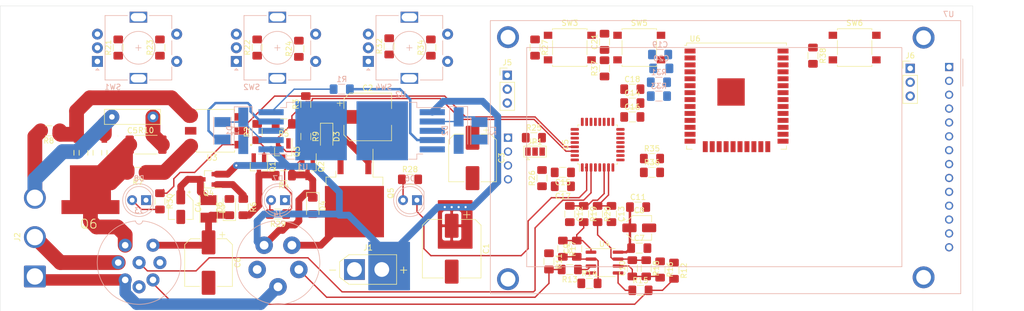
<source format=kicad_pcb>
(kicad_pcb (version 20171130) (host pcbnew 5.1.6)
  (layers (0 F.Cu signal) (31 B.Cu signal) (34 B.Paste user) (35 F.Paste user) (36 B.SilkS user) (37 F.SilkS user) (38 B.Mask user) (39 F.Mask user) (44 Edge.Cuts user))
  (net 0 "")
  (net 1 Iron_Heat_Pos)
  (net 2 GND)
  (net 3 +5V)
  (net 4 +3V3)
  (net 5 "Net-(C5-Pad1)")
  (net 6 220_AC1)
  (net 7 Hot_Air_Fan)
  (net 8 "Net-(C10-Pad1)")
  (net 9 "Net-(C10-Pad2)")
  (net 10 Iron_Themp_ADC)
  (net 11 Hot_Air_Themp_ADC)
  (net 12 EN)
  (net 13 "Net-(D1-Pad1)")
  (net 14 "Net-(D2-Pad1)")
  (net 15 "Net-(D3-Pad1)")
  (net 16 Iron_Heat_Neg)
  (net 17 "Net-(D6-Pad2)")
  (net 18 Enable_5V)
  (net 19 "Net-(D7-Pad2)")
  (net 20 "Net-(D8-Pad2)")
  (net 21 220V_Heater2)
  (net 22 GNDPWR)
  (net 23 Hot_Air_Reed)
  (net 24 Hot_Air_Therm_Pos)
  (net 25 220V_Heater1)
  (net 26 Iron_Therm_Pos)
  (net 27 STM_SWCLK)
  (net 28 STM_SWDIO)
  (net 29 TXD)
  (net 30 RXD)
  (net 31 "Net-(JP1-Pad3)")
  (net 32 STM_BOOT)
  (net 33 "Net-(JP1-Pad1)")
  (net 34 "Net-(Q1-Pad3)")
  (net 35 Fan_PWM)
  (net 36 "Net-(Q2-Pad1)")
  (net 37 Sold_PWM)
  (net 38 "Net-(Q4-Pad1)")
  (net 39 "Net-(Q6-Pad3)")
  (net 40 Heater_PWM)
  (net 41 "Net-(R7-Pad1)")
  (net 42 "Net-(R13-Pad1)")
  (net 43 "Net-(R15-Pad1)")
  (net 44 "Net-(R21-Pad1)")
  (net 45 "Net-(R22-Pad1)")
  (net 46 "Net-(R23-Pad1)")
  (net 47 "Net-(R24-Pad1)")
  (net 48 "Net-(R27-Pad2)")
  (net 49 Main_Enc_A)
  (net 50 "Net-(R32-Pad1)")
  (net 51 Main_Enc_B)
  (net 52 "Net-(R34-Pad1)")
  (net 53 STM_UART_RX)
  (net 54 ESP32_UART_TX)
  (net 55 ESP32_UART_RX)
  (net 56 STM_UART_TX)
  (net 57 "Net-(R38-Pad1)")
  (net 58 HotA_Switch)
  (net 59 HotA_Enc_B)
  (net 60 HotA_Enc_A)
  (net 61 Sold_Switch)
  (net 62 Sold_Enc_B)
  (net 63 Sold_Enc_A)
  (net 64 STM_RST)
  (net 65 Main_Switch)
  (net 66 Boot)
  (net 67 "Net-(U3-Pad3)")
  (net 68 "Net-(U3-Pad5)")
  (net 69 "Net-(U5-Pad10)")
  (net 70 "Net-(U5-Pad14)")
  (net 71 "Net-(U5-Pad15)")
  (net 72 "Net-(U5-Pad22)")
  (net 73 "Net-(U5-Pad26)")
  (net 74 "Net-(U5-Pad27)")
  (net 75 "Net-(U5-Pad28)")
  (net 76 "Net-(U6-Pad4)")
  (net 77 "Net-(U6-Pad5)")
  (net 78 "Net-(U6-Pad9)")
  (net 79 "Net-(U6-Pad10)")
  (net 80 "Net-(U6-Pad13)")
  (net 81 "Net-(U6-Pad14)")
  (net 82 SD_CS)
  (net 83 "Net-(U6-Pad17)")
  (net 84 "Net-(U6-Pad18)")
  (net 85 "Net-(U6-Pad19)")
  (net 86 SD_SCK)
  (net 87 SD_SDI)
  (net 88 SD_SDO)
  (net 89 "Net-(U6-Pad23)")
  (net 90 DISP_T_IRQ)
  (net 91 DISP_T_DIN)
  (net 92 DISP_T_CS)
  (net 93 DISP_T_CLK)
  (net 94 DISP_SDO)
  (net 95 DISP_SCK)
  (net 96 DISP_SDI)
  (net 97 "Net-(U6-Pad32)")
  (net 98 DISP_DC_RS)
  (net 99 DISP_RST)
  (net 100 DISP_CS)
  (net 101 "Net-(C4-Pad1)")
  (net 102 "Net-(C9-Pad1)")
  (net 103 "Net-(C9-Pad2)")
  (net 104 "Net-(U5-Pad25)")
  (module display:MSP2807 (layer B.Cu) (at 233.68 74.93 180)
    (fp_text reference U7 (at 0.59 11.18) (layer B.SilkS) (effects (justify mirror)))
    (fp_text value 2.8inch_SPI_Module_ILI9341_SKU_MSP2807)
    (pad 1 thru_hole rect (at 0.508 1.524 180) (size 1.5 1.5) (drill 1) (layers *.Cu *.Mask) (net 4 +3V3))
    (pad 2 thru_hole circle (at 0.508 -1.016 180) (size 1.5 1.5) (drill 1) (layers *.Cu *.Mask) (net 2 GND))
    (pad 3 thru_hole circle (at 0.508 -3.556 180) (size 1.5 1.5) (drill 1) (layers *.Cu *.Mask) (net 100 DISP_CS))
    (pad 4 thru_hole circle (at 0.508 -6.096 180) (size 1.5 1.5) (drill 1) (layers *.Cu *.Mask) (net 99 DISP_RST))
    (pad 5 thru_hole circle (at 0.508 -8.636 180) (size 1.5 1.5) (drill 1) (layers *.Cu *.Mask) (net 98 DISP_DC_RS))
    (pad 6 thru_hole circle (at 0.508 -11.176 180) (size 1.5 1.5) (drill 1) (layers *.Cu *.Mask) (net 96 DISP_SDI))
    (pad 7 thru_hole circle (at 0.508 -13.716 180) (size 1.5 1.5) (drill 1) (layers *.Cu *.Mask) (net 95 DISP_SCK))
    (pad 8 thru_hole circle (at 0.508 -16.256 180) (size 1.5 1.5) (drill 1) (layers *.Cu *.Mask) (net 4 +3V3))
    (pad 9 thru_hole circle (at 0.508 -18.796 180) (size 1.5 1.5) (drill 1) (layers *.Cu *.Mask) (net 94 DISP_SDO))
    (pad 15 thru_hole rect (at 81.145 -11.43 180) (size 1.5 1.5) (drill 1) (layers *.Cu *.Mask) (net 82 SD_CS))
    (pad 16 thru_hole circle (at 81.145 -13.97 180) (size 1.5 1.5) (drill 1) (layers *.Cu *.Mask) (net 87 SD_SDI))
    (pad 17 thru_hole circle (at 81.145 -16.51 180) (size 1.5 1.5) (drill 1) (layers *.Cu *.Mask) (net 88 SD_SDO))
    (pad 18 thru_hole circle (at 81.145 -19.05 180) (size 1.5 1.5) (drill 1) (layers *.Cu *.Mask) (net 86 SD_SCK))
    (pad "" thru_hole circle (at 5.17 6.89 180) (size 4 4) (drill 2.7) (layers *.Cu *.Mask))
    (pad "" thru_hole circle (at 81.145 6.985 180) (size 4 4) (drill 2.7) (layers *.Cu *.Mask))
    (pad "" thru_hole circle (at 81.145 -37.33 180) (size 4 4) (drill 2.7) (layers *.Cu *.Mask))
    (pad "" thru_hole circle (at 5.17 -36.99 180) (size 4 4) (drill 2.7) (layers *.Cu *.Mask))
    (pad 10 thru_hole circle (at 0.508 -21.336 180) (size 1.5 1.5) (drill 1) (layers *.Cu *.Mask) (net 93 DISP_T_CLK))
    (pad 11 thru_hole circle (at 0.508 -23.876 180) (size 1.5 1.5) (drill 1) (layers *.Cu *.Mask) (net 92 DISP_T_CS))
    (pad 12 thru_hole circle (at 0.508 -26.416 180) (size 1.5 1.5) (drill 1) (layers *.Cu *.Mask) (net 91 DISP_T_DIN))
    (pad 13 thru_hole circle (at 0.508 -28.956 180) (size 1.5 1.5) (drill 1) (layers *.Cu *.Mask) (net 66 Boot))
    (pad 14 thru_hole circle (at 0.508 -31.496 180) (size 1.5 1.5) (drill 1) (layers *.Cu *.Mask) (net 90 DISP_T_IRQ))
  )
  (module gx_connectors:GX16-5 (layer B.Cu) (at 110.49 109.22 180)
    (fp_text reference J4 (at 0 8.89) (layer B.SilkS) (effects (justify mirror)))
    (fp_text value "Soldering Iron")
    (pad 3 thru_hole circle (at 0 -4.445 180) (size 3.2 3.2) (drill 1.6) (layers *.Cu *.Mask) (net 22 GNDPWR))
    (pad 4 thru_hole circle (at 3.81 -1.27 180) (size 3.2 3.2) (drill 1.6) (layers *.Cu *.Mask) (net 2 GND))
    (pad 5 thru_hole circle (at 2.54 3.175 180) (size 3.2 3.2) (drill 1.6) (layers *.Cu *.Mask) (net 1 Iron_Heat_Pos))
    (pad 1 thru_hole circle (at -2.54 3.175 180) (size 3.2 3.2) (drill 1.6) (layers *.Cu *.Mask) (net 16 Iron_Heat_Neg))
    (pad 2 thru_hole circle (at -3.81 -1.27 180) (size 3.2 3.2) (drill 1.6) (layers *.Cu *.Mask) (net 26 Iron_Therm_Pos))
  )
  (module Capacitor_SMD:CP_Elec_8x10.5 (layer F.Cu) (at 126.89 82.55)
    (fp_text reference C2 (at 0 -5.3) (layer F.SilkS))
    (fp_text value "270u 10V")
    (pad 2 smd roundrect (at 3.7 0) (size 4.4 2.5) (layers F.Cu F.Paste F.Mask) (roundrect_rratio 0.1) (net 2 GND))
    (pad 1 smd roundrect (at -3.7 0) (size 4.4 2.5) (layers F.Cu F.Paste F.Mask) (roundrect_rratio 0.1) (net 3 +5V))
  )
  (module Capacitor_SMD:CP_Elec_8x10.5 (layer F.Cu) (at 146.05 90.06 270)
    (fp_text reference C3 (at 0 -5.3 90) (layer F.SilkS))
    (fp_text value "330u 10V")
    (pad 1 smd roundrect (at -3.7 0 270) (size 4.4 2.5) (layers F.Cu F.Paste F.Mask) (roundrect_rratio 0.1) (net 4 +3V3))
    (pad 2 smd roundrect (at 3.7 0 270) (size 4.4 2.5) (layers F.Cu F.Paste F.Mask) (roundrect_rratio 0.1) (net 2 GND))
  )
  (module Capacitor_THT:C_Rect_L10.0mm_W2.5mm_P7.50mm_MKS4 (layer F.Cu) (at 87.63 82.55 180)
    (fp_text reference C5 (at 3.75 -2.5) (layer F.SilkS))
    (fp_text value "0.1u Y")
    (pad 1 thru_hole circle (at 0 0 180) (size 2 2) (drill 1) (layers *.Cu *.Mask) (net 5 "Net-(C5-Pad1)"))
    (pad 2 thru_hole circle (at 7.5 0 180) (size 2 2) (drill 1) (layers *.Cu *.Mask) (net 6 220_AC1))
  )
  (module Capacitor_SMD:C_1206_3216Metric_Pad1.42x1.75mm_HandSolder (layer F.Cu) (at 176.53 106.58)
    (fp_text reference C7 (at 0 -1.82) (layer F.SilkS))
    (fp_text value 0.15u)
    (pad 1 smd roundrect (at -1.4875 0) (size 1.425 1.75) (layers F.Cu F.Paste F.Mask) (roundrect_rratio 0.175439) (net 4 +3V3))
    (pad 2 smd roundrect (at 1.4875 0) (size 1.425 1.75) (layers F.Cu F.Paste F.Mask) (roundrect_rratio 0.175439) (net 2 GND))
  )
  (module Capacitor_SMD:C_1206_3216Metric_Pad1.42x1.75mm_HandSolder (layer F.Cu) (at 165.1 106.68 90)
    (fp_text reference C9 (at 0 -1.82 90) (layer F.SilkS))
    (fp_text value 10n)
    (pad 1 smd roundrect (at -1.4875 0 90) (size 1.425 1.75) (layers F.Cu F.Paste F.Mask) (roundrect_rratio 0.175439) (net 102 "Net-(C9-Pad1)"))
    (pad 2 smd roundrect (at 1.4875 0 90) (size 1.425 1.75) (layers F.Cu F.Paste F.Mask) (roundrect_rratio 0.175439) (net 103 "Net-(C9-Pad2)"))
  )
  (module Capacitor_SMD:C_1206_3216Metric_Pad1.42x1.75mm_HandSolder (layer F.Cu) (at 175.26 110.2725 90)
    (fp_text reference C10 (at 0 -1.82 90) (layer F.SilkS))
    (fp_text value 10n)
    (pad 1 smd roundrect (at -1.4875 0 90) (size 1.425 1.75) (layers F.Cu F.Paste F.Mask) (roundrect_rratio 0.175439) (net 8 "Net-(C10-Pad1)"))
    (pad 2 smd roundrect (at 1.4875 0 90) (size 1.425 1.75) (layers F.Cu F.Paste F.Mask) (roundrect_rratio 0.175439) (net 9 "Net-(C10-Pad2)"))
  )
  (module Capacitor_SMD:C_1206_3216Metric_Pad1.42x1.75mm_HandSolder (layer F.Cu) (at 176.3125 99.06)
    (fp_text reference C11 (at 0 -1.82) (layer F.SilkS))
    (fp_text value 0.15u)
    (pad 2 smd roundrect (at 1.4875 0) (size 1.425 1.75) (layers F.Cu F.Paste F.Mask) (roundrect_rratio 0.175439) (net 2 GND))
    (pad 1 smd roundrect (at -1.4875 0) (size 1.425 1.75) (layers F.Cu F.Paste F.Mask) (roundrect_rratio 0.175439) (net 4 +3V3))
  )
  (module Capacitor_SMD:C_1206_3216Metric_Pad1.42x1.75mm_HandSolder (layer F.Cu) (at 163.83 100.33 270)
    (fp_text reference C12 (at 0 -1.82 90) (layer F.SilkS))
    (fp_text value 10n)
    (pad 2 smd roundrect (at 1.4875 0 270) (size 1.425 1.75) (layers F.Cu F.Paste F.Mask) (roundrect_rratio 0.175439) (net 2 GND))
    (pad 1 smd roundrect (at -1.4875 0 270) (size 1.425 1.75) (layers F.Cu F.Paste F.Mask) (roundrect_rratio 0.175439) (net 10 Iron_Themp_ADC))
  )
  (module Capacitor_SMD:C_1206_3216Metric_Pad1.42x1.75mm_HandSolder (layer F.Cu) (at 171.45 100.33 270)
    (fp_text reference C13 (at 0 -1.82 90) (layer F.SilkS))
    (fp_text value 10n)
    (pad 2 smd roundrect (at 1.4875 0 270) (size 1.425 1.75) (layers F.Cu F.Paste F.Mask) (roundrect_rratio 0.175439) (net 2 GND))
    (pad 1 smd roundrect (at -1.4875 0 270) (size 1.425 1.75) (layers F.Cu F.Paste F.Mask) (roundrect_rratio 0.175439) (net 11 Hot_Air_Themp_ADC))
  )
  (module Capacitor_SMD:C_1206_3216Metric_Pad1.42x1.75mm_HandSolder (layer F.Cu) (at 175.26 80.01)
    (fp_text reference C14 (at 0 -1.82) (layer F.SilkS))
    (fp_text value 100n)
    (pad 1 smd roundrect (at -1.4875 0) (size 1.425 1.75) (layers F.Cu F.Paste F.Mask) (roundrect_rratio 0.175439) (net 4 +3V3))
    (pad 2 smd roundrect (at 1.4875 0) (size 1.425 1.75) (layers F.Cu F.Paste F.Mask) (roundrect_rratio 0.175439) (net 2 GND))
  )
  (module Capacitor_SMD:C_1206_3216Metric_Pad1.42x1.75mm_HandSolder (layer F.Cu) (at 162.56 92.71 180)
    (fp_text reference C15 (at 0 -1.82) (layer F.SilkS))
    (fp_text value 10n)
    (pad 2 smd roundrect (at 1.4875 0 180) (size 1.425 1.75) (layers F.Cu F.Paste F.Mask) (roundrect_rratio 0.175439) (net 2 GND))
    (pad 1 smd roundrect (at -1.4875 0 180) (size 1.425 1.75) (layers F.Cu F.Paste F.Mask) (roundrect_rratio 0.175439) (net 4 +3V3))
  )
  (module Capacitor_SMD:C_1206_3216Metric_Pad1.42x1.75mm_HandSolder (layer F.Cu) (at 175.26 82.55)
    (fp_text reference C16 (at 0 -1.82) (layer F.SilkS))
    (fp_text value 100n)
    (pad 1 smd roundrect (at -1.4875 0) (size 1.425 1.75) (layers F.Cu F.Paste F.Mask) (roundrect_rratio 0.175439) (net 4 +3V3))
    (pad 2 smd roundrect (at 1.4875 0) (size 1.425 1.75) (layers F.Cu F.Paste F.Mask) (roundrect_rratio 0.175439) (net 2 GND))
  )
  (module Capacitor_SMD:C_1206_3216Metric_Pad1.42x1.75mm_HandSolder (layer F.Cu) (at 162.56 95.25 180)
    (fp_text reference C17 (at 0 -1.82) (layer F.SilkS))
    (fp_text value 1u)
    (pad 1 smd roundrect (at -1.4875 0 180) (size 1.425 1.75) (layers F.Cu F.Paste F.Mask) (roundrect_rratio 0.175439) (net 4 +3V3))
    (pad 2 smd roundrect (at 1.4875 0 180) (size 1.425 1.75) (layers F.Cu F.Paste F.Mask) (roundrect_rratio 0.175439) (net 2 GND))
  )
  (module Capacitor_SMD:C_1206_3216Metric_Pad1.42x1.75mm_HandSolder (layer F.Cu) (at 175.26 77.47)
    (fp_text reference C18 (at 0 -1.82) (layer F.SilkS))
    (fp_text value 4.7u)
    (pad 2 smd roundrect (at 1.4875 0) (size 1.425 1.75) (layers F.Cu F.Paste F.Mask) (roundrect_rratio 0.175439) (net 2 GND))
    (pad 1 smd roundrect (at -1.4875 0) (size 1.425 1.75) (layers F.Cu F.Paste F.Mask) (roundrect_rratio 0.175439) (net 4 +3V3))
  )
  (module Capacitor_SMD:C_1206_3216Metric_Pad1.42x1.75mm_HandSolder (layer B.Cu) (at 180.34 71.12 180)
    (fp_text reference C19 (at 0 1.82) (layer B.SilkS) (effects (justify mirror)))
    (fp_text value 10u)
    (pad 2 smd roundrect (at 1.4875 0 180) (size 1.425 1.75) (layers B.Cu B.Paste B.Mask) (roundrect_rratio 0.175439) (net 2 GND))
    (pad 1 smd roundrect (at -1.4875 0 180) (size 1.425 1.75) (layers B.Cu B.Paste B.Mask) (roundrect_rratio 0.175439) (net 4 +3V3))
  )
  (module Capacitor_SMD:C_1206_3216Metric_Pad1.42x1.75mm_HandSolder (layer B.Cu) (at 180.5575 73.66 180)
    (fp_text reference C20 (at 0 1.82) (layer B.SilkS) (effects (justify mirror)))
    (fp_text value 0.1u)
    (pad 2 smd roundrect (at 1.4875 0 180) (size 1.425 1.75) (layers B.Cu B.Paste B.Mask) (roundrect_rratio 0.175439) (net 2 GND))
    (pad 1 smd roundrect (at -1.4875 0 180) (size 1.425 1.75) (layers B.Cu B.Paste B.Mask) (roundrect_rratio 0.175439) (net 4 +3V3))
  )
  (module Capacitor_SMD:C_1206_3216Metric_Pad1.42x1.75mm_HandSolder (layer F.Cu) (at 170.18 68.7975 90)
    (fp_text reference C21 (at 0 -1.82 90) (layer F.SilkS))
    (fp_text value 10u)
    (pad 1 smd roundrect (at -1.4875 0 90) (size 1.425 1.75) (layers F.Cu F.Paste F.Mask) (roundrect_rratio 0.175439) (net 12 EN))
    (pad 2 smd roundrect (at 1.4875 0 90) (size 1.425 1.75) (layers F.Cu F.Paste F.Mask) (roundrect_rratio 0.175439) (net 2 GND))
  )
  (module Diode_SMD:D_SMA_Handsoldering (layer B.Cu) (at 104.14 85.09 270)
    (fp_text reference D1 (at 0 2.5 90) (layer B.SilkS) (effects (justify mirror)))
    (fp_text value SS34)
    (pad 1 smd rect (at -2.5 0 270) (size 3.5 1.8) (layers B.Cu B.Paste B.Mask) (net 13 "Net-(D1-Pad1)"))
    (pad 2 smd rect (at 2.5 0 270) (size 3.5 1.8) (layers B.Cu B.Paste B.Mask) (net 2 GND))
  )
  (module Diode_SMD:D_SMA_Handsoldering (layer B.Cu) (at 143.51 85.05 270)
    (fp_text reference D2 (at 0 2.5 90) (layer B.SilkS) (effects (justify mirror)))
    (fp_text value SS34)
    (pad 2 smd rect (at 2.5 0 270) (size 3.5 1.8) (layers B.Cu B.Paste B.Mask) (net 2 GND))
    (pad 1 smd rect (at -2.5 0 270) (size 3.5 1.8) (layers B.Cu B.Paste B.Mask) (net 14 "Net-(D2-Pad1)"))
  )
  (module Diode_SMD:D_1206_3216Metric_Pad1.42x1.75mm_HandSolder (layer F.Cu) (at 119.38 86.16 270)
    (fp_text reference D3 (at 0 -1.82 90) (layer F.SilkS))
    (fp_text value "1N4148 15V")
    (pad 1 smd roundrect (at -1.4875 0 270) (size 1.425 1.75) (layers F.Cu F.Paste F.Mask) (roundrect_rratio 0.175439) (net 15 "Net-(D3-Pad1)"))
    (pad 2 smd roundrect (at 1.4875 0 270) (size 1.425 1.75) (layers F.Cu F.Paste F.Mask) (roundrect_rratio 0.175439) (net 2 GND))
  )
  (module Diode_SMD:D_1206_3216Metric_Pad1.42x1.75mm_HandSolder (layer F.Cu) (at 116.84 98.8425 270)
    (fp_text reference D4 (at 0 -1.82 90) (layer F.SilkS))
    (fp_text value "1N4148 24V")
    (pad 1 smd roundrect (at -1.4875 0 270) (size 1.425 1.75) (layers F.Cu F.Paste F.Mask) (roundrect_rratio 0.175439) (net 1 Iron_Heat_Pos))
    (pad 2 smd roundrect (at 1.4875 0 270) (size 1.425 1.75) (layers F.Cu F.Paste F.Mask) (roundrect_rratio 0.175439) (net 16 Iron_Heat_Neg))
  )
  (module Diode_SMD:D_1206_3216Metric_Pad1.42x1.75mm_HandSolder (layer F.Cu) (at 101.6 99.06 90)
    (fp_text reference D5 (at 0 -1.82 90) (layer F.SilkS))
    (fp_text value "1N4148 24V")
    (pad 2 smd roundrect (at 1.4875 0 90) (size 1.425 1.75) (layers F.Cu F.Paste F.Mask) (roundrect_rratio 0.175439) (net 2 GND))
    (pad 1 smd roundrect (at -1.4875 0 90) (size 1.425 1.75) (layers F.Cu F.Paste F.Mask) (roundrect_rratio 0.175439) (net 7 Hot_Air_Fan))
  )
  (module LED_THT:LED_D5.0mm (layer B.Cu) (at 135.89 97.79 180)
    (fp_text reference D6 (at 1.27 3.96) (layer B.SilkS) (effects (justify mirror)))
    (fp_text value LED)
    (pad 2 thru_hole circle (at 2.54 0 180) (size 1.8 1.8) (drill 0.9) (layers *.Cu *.Mask) (net 17 "Net-(D6-Pad2)"))
    (pad 1 thru_hole rect (at 0 0 180) (size 1.8 1.8) (drill 0.9) (layers *.Cu *.Mask) (net 18 Enable_5V))
  )
  (module LED_THT:LED_D5.0mm (layer B.Cu) (at 111.76 97.79 180)
    (fp_text reference D7 (at 1.27 3.96 180) (layer B.SilkS) (effects (justify mirror)))
    (fp_text value LED)
    (pad 1 thru_hole rect (at 0 0 180) (size 1.8 1.8) (drill 0.9) (layers *.Cu *.Mask) (net 2 GND))
    (pad 2 thru_hole circle (at 2.54 0 180) (size 1.8 1.8) (drill 0.9) (layers *.Cu *.Mask) (net 19 "Net-(D7-Pad2)"))
  )
  (module LED_THT:LED_D5.0mm (layer B.Cu) (at 86.36 97.79 180)
    (fp_text reference D8 (at 1.27 3.96) (layer B.SilkS) (effects (justify mirror)))
    (fp_text value LED)
    (pad 1 thru_hole rect (at 0 0 180) (size 1.8 1.8) (drill 0.9) (layers *.Cu *.Mask) (net 2 GND))
    (pad 2 thru_hole circle (at 2.54 0 180) (size 1.8 1.8) (drill 0.9) (layers *.Cu *.Mask) (net 20 "Net-(D8-Pad2)"))
  )
  (module gx_connectors:GX16-8 (layer B.Cu) (at 85.09 109.22 180)
    (fp_text reference J3 (at 0 9.525) (layer B.SilkS) (effects (justify mirror)))
    (fp_text value "Hot Air Gun")
    (pad 3 thru_hole circle (at -2.54 -3.175 180) (size 2.4 2.4) (drill 1.2) (layers *.Cu *.Mask) (net 24 Hot_Air_Therm_Pos))
    (pad 4 thru_hole circle (at 0 -4.445 180) (size 2.4 2.4) (drill 1.2) (layers *.Cu *.Mask) (net 2 GND))
    (pad 5 thru_hole circle (at 2.54 -3.175 180) (size 2.4 2.4) (drill 1.2) (layers *.Cu *.Mask) (net 22 GNDPWR))
    (pad 1 thru_hole circle (at -2.54 3.175 180) (size 2.4 2.4) (drill 1.2) (layers *.Cu *.Mask) (net 7 Hot_Air_Fan))
    (pad 2 thru_hole circle (at -3.81 0 180) (size 2.4 2.4) (drill 1.2) (layers *.Cu *.Mask) (net 2 GND))
    (pad 6 thru_hole circle (at 3.81 0 180) (size 2.4 2.4) (drill 1.2) (layers *.Cu *.Mask) (net 21 220V_Heater2))
    (pad 7 thru_hole circle (at 2.54 3.175 180) (size 2.4 2.4) (drill 1.2) (layers *.Cu *.Mask) (net 25 220V_Heater1))
    (pad 8 thru_hole circle (at 0 0 180) (size 2.4 2.4) (drill 1.2) (layers *.Cu *.Mask) (net 23 Hot_Air_Reed))
  )
  (module Connector_PinHeader_2.54mm:PinHeader_1x03_P2.54mm_Vertical (layer F.Cu) (at 152.4 74.93)
    (fp_text reference J5 (at 0 -2.33) (layer F.SilkS))
    (fp_text value STM32_Prog)
    (pad 3 thru_hole oval (at 0 5.08) (size 1.7 1.7) (drill 1) (layers *.Cu *.Mask) (net 27 STM_SWCLK))
    (pad 2 thru_hole oval (at 0 2.54) (size 1.7 1.7) (drill 1) (layers *.Cu *.Mask) (net 28 STM_SWDIO))
    (pad 1 thru_hole rect (at 0 0) (size 1.7 1.7) (drill 1) (layers *.Cu *.Mask) (net 2 GND))
  )
  (module Connector_PinHeader_2.54mm:PinHeader_1x03_P2.54mm_Vertical (layer F.Cu) (at 226.06 73.66)
    (fp_text reference J6 (at 0 -2.33) (layer F.SilkS))
    (fp_text value UART_Prog)
    (pad 1 thru_hole rect (at 0 0) (size 1.7 1.7) (drill 1) (layers *.Cu *.Mask) (net 29 TXD))
    (pad 2 thru_hole oval (at 0 2.54) (size 1.7 1.7) (drill 1) (layers *.Cu *.Mask) (net 30 RXD))
    (pad 3 thru_hole oval (at 0 5.08) (size 1.7 1.7) (drill 1) (layers *.Cu *.Mask) (net 2 GND))
  )
  (module Jumper:SolderJumper-3_P1.3mm_Open_Pad1.0x1.5mm (layer F.Cu) (at 157.48 88.9)
    (fp_text reference JP1 (at 0 -1.8) (layer F.SilkS))
    (fp_text value Jumper_NC_Dual)
    (pad 3 smd rect (at 1.3 0) (size 1 1.5) (layers F.Cu F.Mask) (net 31 "Net-(JP1-Pad3)"))
    (pad 2 smd rect (at 0 0) (size 1 1.5) (layers F.Cu F.Mask) (net 32 STM_BOOT))
    (pad 1 smd rect (at -1.3 0) (size 1 1.5) (layers F.Cu F.Mask) (net 33 "Net-(JP1-Pad1)"))
  )
  (module Package_TO_SOT_SMD:SOT-23_Handsoldering (layer F.Cu) (at 107 91.67 270)
    (fp_text reference Q1 (at 0 -2.5 90) (layer F.SilkS))
    (fp_text value BC817)
    (pad 3 smd rect (at 1.5 0 270) (size 1.9 0.8) (layers F.Cu F.Paste F.Mask) (net 34 "Net-(Q1-Pad3)"))
    (pad 2 smd rect (at -1.5 0.95 270) (size 1.9 0.8) (layers F.Cu F.Paste F.Mask) (net 2 GND))
    (pad 1 smd rect (at -1.5 -0.95 270) (size 1.9 0.8) (layers F.Cu F.Paste F.Mask) (net 35 Fan_PWM))
  )
  (module Package_TO_SOT_SMD:SOT-23_Handsoldering (layer F.Cu) (at 115.89 91.67 270)
    (fp_text reference Q2 (at 0 -2.5 90) (layer F.SilkS))
    (fp_text value MMBT2222)
    (pad 1 smd rect (at -1.5 -0.95 270) (size 1.9 0.8) (layers F.Cu F.Paste F.Mask) (net 36 "Net-(Q2-Pad1)"))
    (pad 2 smd rect (at -1.5 0.95 270) (size 1.9 0.8) (layers F.Cu F.Paste F.Mask) (net 37 Sold_PWM))
    (pad 3 smd rect (at 1.5 0 270) (size 1.9 0.8) (layers F.Cu F.Paste F.Mask) (net 1 Iron_Heat_Pos))
  )
  (module Package_TO_SOT_SMD:SOT-23_Handsoldering (layer F.Cu) (at 111.44 88.9 270)
    (fp_text reference Q3 (at 0 -2.5 90) (layer F.SilkS))
    (fp_text value MMBT2907)
    (pad 1 smd rect (at -1.5 -0.95 270) (size 1.9 0.8) (layers F.Cu F.Paste F.Mask) (net 36 "Net-(Q2-Pad1)"))
    (pad 2 smd rect (at -1.5 0.95 270) (size 1.9 0.8) (layers F.Cu F.Paste F.Mask) (net 37 Sold_PWM))
    (pad 3 smd rect (at 1.5 0 270) (size 1.9 0.8) (layers F.Cu F.Paste F.Mask) (net 2 GND))
  )
  (module Package_TO_SOT_SMD:SOT-23_Handsoldering (layer F.Cu) (at 97.79 93.98 180)
    (fp_text reference Q4 (at 0 -2.5) (layer F.SilkS))
    (fp_text value IRLML9301T)
    (pad 3 smd rect (at 1.5 0 180) (size 1.9 0.8) (layers F.Cu F.Paste F.Mask) (net 101 "Net-(C4-Pad1)"))
    (pad 2 smd rect (at -1.5 0.95 180) (size 1.9 0.8) (layers F.Cu F.Paste F.Mask) (net 1 Iron_Heat_Pos))
    (pad 1 smd rect (at -1.5 -0.95 180) (size 1.9 0.8) (layers F.Cu F.Paste F.Mask) (net 38 "Net-(Q4-Pad1)"))
  )
  (module bt139b:D2PAK-3 (layer F.Cu) (at 76.2 95.25 180)
    (fp_text reference Q6 (at 0.3302 -6.9088) (layer F.SilkS) (effects (font (size 1.64 1.64))))
    (fp_text value BT139B-800)
    (fp_text user * (at -5.0292 8.9154) (layer F.SilkS) (effects (font (thickness 0.015))))
    (pad 1 smd rect (at -2.54 9.525 180) (size 1.016 3.1) (layers F.Cu F.Paste F.Mask) (net 6 220_AC1))
    (pad 3 smd rect (at 2.54 9.525 180) (size 1.016 3.1) (layers F.Cu F.Paste F.Mask) (net 39 "Net-(Q6-Pad3)"))
    (pad 2 smd rect (at 0 -3.81 180) (size 10.6 2.55) (layers F.Cu F.Paste F.Mask) (net 25 220V_Heater1))
    (pad 2 smd rect (at 0 0.635 180) (size 7.5 6.4) (layers F.Cu F.Paste F.Mask) (net 25 220V_Heater1))
  )
  (module Resistor_SMD:R_1206_3216Metric_Pad1.42x1.75mm_HandSolder (layer B.Cu) (at 122.1375 77.47 180)
    (fp_text reference R1 (at 0 1.82 180) (layer B.SilkS) (effects (justify mirror)))
    (fp_text value 1k)
    (pad 1 smd roundrect (at -1.4875 0 180) (size 1.425 1.75) (layers B.Cu B.Paste B.Mask) (roundrect_rratio 0.175439) (net 4 +3V3))
    (pad 2 smd roundrect (at 1.4875 0 180) (size 1.425 1.75) (layers B.Cu B.Paste B.Mask) (roundrect_rratio 0.175439) (net 18 Enable_5V))
  )
  (module Resistor_SMD:R_1206_3216Metric_Pad1.42x1.75mm_HandSolder (layer F.Cu) (at 106.68 85.3075 90)
    (fp_text reference R2 (at 0 -1.82 90) (layer F.SilkS))
    (fp_text value 1K)
    (pad 1 smd roundrect (at -1.4875 0 90) (size 1.425 1.75) (layers F.Cu F.Paste F.Mask) (roundrect_rratio 0.175439) (net 35 Fan_PWM))
    (pad 2 smd roundrect (at 1.4875 0 90) (size 1.425 1.75) (layers F.Cu F.Paste F.Mask) (roundrect_rratio 0.175439) (net 3 +5V))
  )
  (module Resistor_SMD:R_1206_3216Metric_Pad1.42x1.75mm_HandSolder (layer F.Cu) (at 115.57 80.2275 90)
    (fp_text reference R3 (at 0 -1.82 90) (layer F.SilkS))
    (fp_text value 1k)
    (pad 1 smd roundrect (at -1.4875 0 90) (size 1.425 1.75) (layers F.Cu F.Paste F.Mask) (roundrect_rratio 0.175439) (net 3 +5V))
    (pad 2 smd roundrect (at 1.4875 0 90) (size 1.425 1.75) (layers F.Cu F.Paste F.Mask) (roundrect_rratio 0.175439) (net 40 Heater_PWM))
  )
  (module Resistor_SMD:R_1206_3216Metric_Pad1.42x1.75mm_HandSolder (layer F.Cu) (at 111.5425 93.31 180)
    (fp_text reference R4 (at 0 -1.82) (layer F.SilkS))
    (fp_text value 10k)
    (pad 2 smd roundrect (at 1.4875 0 180) (size 1.425 1.75) (layers F.Cu F.Paste F.Mask) (roundrect_rratio 0.175439) (net 34 "Net-(Q1-Pad3)"))
    (pad 1 smd roundrect (at -1.4875 0 180) (size 1.425 1.75) (layers F.Cu F.Paste F.Mask) (roundrect_rratio 0.175439) (net 1 Iron_Heat_Pos))
  )
  (module Resistor_SMD:R_1206_3216Metric_Pad1.42x1.75mm_HandSolder (layer F.Cu) (at 111.5425 83.82 180)
    (fp_text reference R5 (at 0 -1.82) (layer F.SilkS))
    (fp_text value 1k)
    (pad 2 smd roundrect (at 1.4875 0 180) (size 1.425 1.75) (layers F.Cu F.Paste F.Mask) (roundrect_rratio 0.175439) (net 3 +5V))
    (pad 1 smd roundrect (at -1.4875 0 180) (size 1.425 1.75) (layers F.Cu F.Paste F.Mask) (roundrect_rratio 0.175439) (net 37 Sold_PWM))
  )
  (module Resistor_SMD:R_1206_3216Metric_Pad1.42x1.75mm_HandSolder (layer F.Cu) (at 104.14 99.06 270)
    (fp_text reference R6 (at 0 -1.82 90) (layer F.SilkS))
    (fp_text value 1k)
    (pad 1 smd roundrect (at -1.4875 0 270) (size 1.425 1.75) (layers F.Cu F.Paste F.Mask) (roundrect_rratio 0.175439) (net 38 "Net-(Q4-Pad1)"))
    (pad 2 smd roundrect (at 1.4875 0 270) (size 1.425 1.75) (layers F.Cu F.Paste F.Mask) (roundrect_rratio 0.175439) (net 34 "Net-(Q1-Pad3)"))
  )
  (module Resistor_SMD:R_1206_3216Metric_Pad1.42x1.75mm_HandSolder (layer F.Cu) (at 84.8725 92.71 180)
    (fp_text reference R7 (at 0 -1.82) (layer F.SilkS))
    (fp_text value 1k)
    (pad 1 smd roundrect (at -1.4875 0 180) (size 1.425 1.75) (layers F.Cu F.Paste F.Mask) (roundrect_rratio 0.175439) (net 41 "Net-(R7-Pad1)"))
    (pad 2 smd roundrect (at 1.4875 0 180) (size 1.425 1.75) (layers F.Cu F.Paste F.Mask) (roundrect_rratio 0.175439) (net 25 220V_Heater1))
  )
  (module Resistor_SMD:R_1206_3216Metric_Pad1.42x1.75mm_HandSolder (layer F.Cu) (at 68.58 85.09 180)
    (fp_text reference R8 (at 0 -1.82) (layer F.SilkS))
    (fp_text value 1k)
    (pad 2 smd roundrect (at 1.4875 0 180) (size 1.425 1.75) (layers F.Cu F.Paste F.Mask) (roundrect_rratio 0.175439) (net 6 220_AC1))
    (pad 1 smd roundrect (at -1.4875 0 180) (size 1.425 1.75) (layers F.Cu F.Paste F.Mask) (roundrect_rratio 0.175439) (net 39 "Net-(Q6-Pad3)"))
  )
  (module Resistor_SMD:R_1206_3216Metric_Pad1.42x1.75mm_HandSolder (layer F.Cu) (at 115.57 86.1425 270)
    (fp_text reference R9 (at 0 -1.82 90) (layer F.SilkS))
    (fp_text value 100)
    (pad 2 smd roundrect (at 1.4875 0 270) (size 1.425 1.75) (layers F.Cu F.Paste F.Mask) (roundrect_rratio 0.175439) (net 36 "Net-(Q2-Pad1)"))
    (pad 1 smd roundrect (at -1.4875 0 270) (size 1.425 1.75) (layers F.Cu F.Paste F.Mask) (roundrect_rratio 0.175439) (net 15 "Net-(D3-Pad1)"))
  )
  (module Resistor_SMD:R_1206_3216Metric_Pad1.42x1.75mm_HandSolder (layer F.Cu) (at 160.02 109.0025 270)
    (fp_text reference R11 (at 0 -1.82 90) (layer F.SilkS))
    (fp_text value 100k)
    (pad 2 smd roundrect (at 1.4875 0 270) (size 1.425 1.75) (layers F.Cu F.Paste F.Mask) (roundrect_rratio 0.175439) (net 26 Iron_Therm_Pos))
    (pad 1 smd roundrect (at -1.4875 0 270) (size 1.425 1.75) (layers F.Cu F.Paste F.Mask) (roundrect_rratio 0.175439) (net 4 +3V3))
  )
  (module Resistor_SMD:R_1206_3216Metric_Pad1.42x1.75mm_HandSolder (layer F.Cu) (at 182.88 110.7075 270)
    (fp_text reference R12 (at 0 -1.82 90) (layer F.SilkS))
    (fp_text value 100k)
    (pad 1 smd roundrect (at -1.4875 0 270) (size 1.425 1.75) (layers F.Cu F.Paste F.Mask) (roundrect_rratio 0.175439) (net 4 +3V3))
    (pad 2 smd roundrect (at 1.4875 0 270) (size 1.425 1.75) (layers F.Cu F.Paste F.Mask) (roundrect_rratio 0.175439) (net 24 Hot_Air_Therm_Pos))
  )
  (module Resistor_SMD:R_1206_3216Metric_Pad1.42x1.75mm_HandSolder (layer F.Cu) (at 163.83 110.49 180)
    (fp_text reference R13 (at 0 -1.82) (layer F.SilkS))
    (fp_text value 1k)
    (pad 1 smd roundrect (at -1.4875 0 180) (size 1.425 1.75) (layers F.Cu F.Paste F.Mask) (roundrect_rratio 0.175439) (net 42 "Net-(R13-Pad1)"))
    (pad 2 smd roundrect (at 1.4875 0 180) (size 1.425 1.75) (layers F.Cu F.Paste F.Mask) (roundrect_rratio 0.175439) (net 26 Iron_Therm_Pos))
  )
  (module Resistor_SMD:R_1206_3216Metric_Pad1.42x1.75mm_HandSolder (layer F.Cu) (at 167.4225 113.03)
    (fp_text reference R14 (at 0 -1.82) (layer F.SilkS))
    (fp_text value 1k)
    (pad 1 smd roundrect (at -1.4875 0) (size 1.425 1.75) (layers F.Cu F.Paste F.Mask) (roundrect_rratio 0.175439) (net 2 GND))
    (pad 2 smd roundrect (at 1.4875 0) (size 1.425 1.75) (layers F.Cu F.Paste F.Mask) (roundrect_rratio 0.175439) (net 102 "Net-(C9-Pad1)"))
  )
  (module Resistor_SMD:R_1206_3216Metric_Pad1.42x1.75mm_HandSolder (layer F.Cu) (at 176.7475 114.3)
    (fp_text reference R15 (at 0 -1.82) (layer F.SilkS))
    (fp_text value 1k)
    (pad 2 smd roundrect (at 1.4875 0) (size 1.425 1.75) (layers F.Cu F.Paste F.Mask) (roundrect_rratio 0.175439) (net 24 Hot_Air_Therm_Pos))
    (pad 1 smd roundrect (at -1.4875 0) (size 1.425 1.75) (layers F.Cu F.Paste F.Mask) (roundrect_rratio 0.175439) (net 43 "Net-(R15-Pad1)"))
  )
  (module Resistor_SMD:R_1206_3216Metric_Pad1.42x1.75mm_HandSolder (layer F.Cu) (at 180.34 110.49 270)
    (fp_text reference R16 (at 0 -1.82 90) (layer F.SilkS))
    (fp_text value 1k)
    (pad 1 smd roundrect (at -1.4875 0 270) (size 1.425 1.75) (layers F.Cu F.Paste F.Mask) (roundrect_rratio 0.175439) (net 2 GND))
    (pad 2 smd roundrect (at 1.4875 0 270) (size 1.425 1.75) (layers F.Cu F.Paste F.Mask) (roundrect_rratio 0.175439) (net 8 "Net-(C10-Pad1)"))
  )
  (module Resistor_SMD:R_1206_3216Metric_Pad1.42x1.75mm_HandSolder (layer F.Cu) (at 162.56 106.68 270)
    (fp_text reference R17 (at 0 -1.82 90) (layer F.SilkS))
    (fp_text value 100k)
    (pad 2 smd roundrect (at 1.4875 0 270) (size 1.425 1.75) (layers F.Cu F.Paste F.Mask) (roundrect_rratio 0.175439) (net 102 "Net-(C9-Pad1)"))
    (pad 1 smd roundrect (at -1.4875 0 270) (size 1.425 1.75) (layers F.Cu F.Paste F.Mask) (roundrect_rratio 0.175439) (net 103 "Net-(C9-Pad2)"))
  )
  (module Resistor_SMD:R_1206_3216Metric_Pad1.42x1.75mm_HandSolder (layer F.Cu) (at 177.8 110.2725 270)
    (fp_text reference R18 (at 0 -1.82 90) (layer F.SilkS))
    (fp_text value 100k)
    (pad 1 smd roundrect (at -1.4875 0 270) (size 1.425 1.75) (layers F.Cu F.Paste F.Mask) (roundrect_rratio 0.175439) (net 9 "Net-(C10-Pad2)"))
    (pad 2 smd roundrect (at 1.4875 0 270) (size 1.425 1.75) (layers F.Cu F.Paste F.Mask) (roundrect_rratio 0.175439) (net 8 "Net-(C10-Pad1)"))
  )
  (module Resistor_SMD:R_1206_3216Metric_Pad1.42x1.75mm_HandSolder (layer F.Cu) (at 166.37 100.33 270)
    (fp_text reference R19 (at 0 -1.82 90) (layer F.SilkS))
    (fp_text value 1k)
    (pad 1 smd roundrect (at -1.4875 0 270) (size 1.425 1.75) (layers F.Cu F.Paste F.Mask) (roundrect_rratio 0.175439) (net 10 Iron_Themp_ADC))
    (pad 2 smd roundrect (at 1.4875 0 270) (size 1.425 1.75) (layers F.Cu F.Paste F.Mask) (roundrect_rratio 0.175439) (net 103 "Net-(C9-Pad2)"))
  )
  (module Resistor_SMD:R_1206_3216Metric_Pad1.42x1.75mm_HandSolder (layer F.Cu) (at 168.91 100.33 270)
    (fp_text reference R20 (at 0 -1.82 90) (layer F.SilkS))
    (fp_text value 1k)
    (pad 2 smd roundrect (at 1.4875 0 270) (size 1.425 1.75) (layers F.Cu F.Paste F.Mask) (roundrect_rratio 0.175439) (net 9 "Net-(C10-Pad2)"))
    (pad 1 smd roundrect (at -1.4875 0 270) (size 1.425 1.75) (layers F.Cu F.Paste F.Mask) (roundrect_rratio 0.175439) (net 11 Hot_Air_Themp_ADC))
  )
  (module Resistor_SMD:R_1206_3216Metric_Pad1.42x1.75mm_HandSolder (layer F.Cu) (at 81.28 69.85 90)
    (fp_text reference R21 (at 0 -1.82 90) (layer F.SilkS))
    (fp_text value 1k)
    (pad 2 smd roundrect (at 1.4875 0 90) (size 1.425 1.75) (layers F.Cu F.Paste F.Mask) (roundrect_rratio 0.175439) (net 2 GND))
    (pad 1 smd roundrect (at -1.4875 0 90) (size 1.425 1.75) (layers F.Cu F.Paste F.Mask) (roundrect_rratio 0.175439) (net 44 "Net-(R21-Pad1)"))
  )
  (module Resistor_SMD:R_1206_3216Metric_Pad1.42x1.75mm_HandSolder (layer F.Cu) (at 106.68 69.85 90)
    (fp_text reference R22 (at 0 -1.82 90) (layer F.SilkS))
    (fp_text value 1k)
    (pad 1 smd roundrect (at -1.4875 0 90) (size 1.425 1.75) (layers F.Cu F.Paste F.Mask) (roundrect_rratio 0.175439) (net 45 "Net-(R22-Pad1)"))
    (pad 2 smd roundrect (at 1.4875 0 90) (size 1.425 1.75) (layers F.Cu F.Paste F.Mask) (roundrect_rratio 0.175439) (net 2 GND))
  )
  (module Resistor_SMD:R_1206_3216Metric_Pad1.42x1.75mm_HandSolder (layer F.Cu) (at 88.9 69.85 90)
    (fp_text reference R23 (at 0 -1.82 90) (layer F.SilkS))
    (fp_text value 1k)
    (pad 2 smd roundrect (at 1.4875 0 90) (size 1.425 1.75) (layers F.Cu F.Paste F.Mask) (roundrect_rratio 0.175439) (net 2 GND))
    (pad 1 smd roundrect (at -1.4875 0 90) (size 1.425 1.75) (layers F.Cu F.Paste F.Mask) (roundrect_rratio 0.175439) (net 46 "Net-(R23-Pad1)"))
  )
  (module Resistor_SMD:R_1206_3216Metric_Pad1.42x1.75mm_HandSolder (layer F.Cu) (at 114.3 70.0675 90)
    (fp_text reference R24 (at 0 -1.82 90) (layer F.SilkS))
    (fp_text value 1k)
    (pad 2 smd roundrect (at 1.4875 0 90) (size 1.425 1.75) (layers F.Cu F.Paste F.Mask) (roundrect_rratio 0.175439) (net 2 GND))
    (pad 1 smd roundrect (at -1.4875 0 90) (size 1.425 1.75) (layers F.Cu F.Paste F.Mask) (roundrect_rratio 0.175439) (net 47 "Net-(R24-Pad1)"))
  )
  (module Resistor_SMD:R_1206_3216Metric_Pad1.42x1.75mm_HandSolder (layer F.Cu) (at 157.2625 86.36)
    (fp_text reference R25 (at 0 -1.82) (layer F.SilkS))
    (fp_text value 1k)
    (pad 1 smd roundrect (at -1.4875 0) (size 1.425 1.75) (layers F.Cu F.Paste F.Mask) (roundrect_rratio 0.175439) (net 33 "Net-(JP1-Pad1)"))
    (pad 2 smd roundrect (at 1.4875 0) (size 1.425 1.75) (layers F.Cu F.Paste F.Mask) (roundrect_rratio 0.175439) (net 4 +3V3))
  )
  (module Resistor_SMD:R_1206_3216Metric_Pad1.42x1.75mm_HandSolder (layer F.Cu) (at 158.75 93.7625 90)
    (fp_text reference R26 (at 0 -1.82 90) (layer F.SilkS))
    (fp_text value 1k)
    (pad 2 smd roundrect (at 1.4875 0 90) (size 1.425 1.75) (layers F.Cu F.Paste F.Mask) (roundrect_rratio 0.175439) (net 31 "Net-(JP1-Pad3)"))
    (pad 1 smd roundrect (at -1.4875 0 90) (size 1.425 1.75) (layers F.Cu F.Paste F.Mask) (roundrect_rratio 0.175439) (net 2 GND))
  )
  (module Resistor_SMD:R_1206_3216Metric_Pad1.42x1.75mm_HandSolder (layer F.Cu) (at 157.48 69.85 270)
    (fp_text reference R27 (at 0 -1.82 90) (layer F.SilkS))
    (fp_text value 1k)
    (pad 1 smd roundrect (at -1.4875 0 270) (size 1.425 1.75) (layers F.Cu F.Paste F.Mask) (roundrect_rratio 0.175439) (net 2 GND))
    (pad 2 smd roundrect (at 1.4875 0 270) (size 1.425 1.75) (layers F.Cu F.Paste F.Mask) (roundrect_rratio 0.175439) (net 48 "Net-(R27-Pad2)"))
  )
  (module Resistor_SMD:R_1206_3216Metric_Pad1.42x1.75mm_HandSolder (layer F.Cu) (at 134.62 93.98)
    (fp_text reference R28 (at 0 -1.82) (layer F.SilkS))
    (fp_text value 7.5)
    (pad 1 smd roundrect (at -1.4875 0) (size 1.425 1.75) (layers F.Cu F.Paste F.Mask) (roundrect_rratio 0.175439) (net 17 "Net-(D6-Pad2)"))
    (pad 2 smd roundrect (at 1.4875 0) (size 1.425 1.75) (layers F.Cu F.Paste F.Mask) (roundrect_rratio 0.175439) (net 4 +3V3))
  )
  (module Resistor_SMD:R_1206_3216Metric_Pad1.42x1.75mm_HandSolder (layer F.Cu) (at 110.49 100.33 180)
    (fp_text reference R29 (at 0 -1.82) (layer F.SilkS))
    (fp_text value 220)
    (pad 2 smd roundrect (at 1.4875 0 180) (size 1.425 1.75) (layers F.Cu F.Paste F.Mask) (roundrect_rratio 0.175439) (net 19 "Net-(D7-Pad2)"))
    (pad 1 smd roundrect (at -1.4875 0 180) (size 1.425 1.75) (layers F.Cu F.Paste F.Mask) (roundrect_rratio 0.175439) (net 37 Sold_PWM))
  )
  (module Resistor_SMD:R_1206_3216Metric_Pad1.42x1.75mm_HandSolder (layer F.Cu) (at 88.9 98.0075 270)
    (fp_text reference R30 (at 0 -1.82 90) (layer F.SilkS))
    (fp_text value 220)
    (pad 1 smd roundrect (at -1.4875 0 270) (size 1.425 1.75) (layers F.Cu F.Paste F.Mask) (roundrect_rratio 0.175439) (net 40 Heater_PWM))
    (pad 2 smd roundrect (at 1.4875 0 270) (size 1.425 1.75) (layers F.Cu F.Paste F.Mask) (roundrect_rratio 0.175439) (net 20 "Net-(D8-Pad2)"))
  )
  (module Resistor_SMD:R_1206_3216Metric_Pad1.42x1.75mm_HandSolder (layer B.Cu) (at 180.1225 76.2 180)
    (fp_text reference R31 (at 0 1.82 180) (layer B.SilkS) (effects (justify mirror)))
    (fp_text value 10k)
    (pad 2 smd roundrect (at 1.4875 0 180) (size 1.425 1.75) (layers B.Cu B.Paste B.Mask) (roundrect_rratio 0.175439) (net 49 Main_Enc_A))
    (pad 1 smd roundrect (at -1.4875 0 180) (size 1.425 1.75) (layers B.Cu B.Paste B.Mask) (roundrect_rratio 0.175439) (net 4 +3V3))
  )
  (module Resistor_SMD:R_1206_3216Metric_Pad1.42x1.75mm_HandSolder (layer F.Cu) (at 130.81 69.6325 90)
    (fp_text reference R32 (at 0 -1.82 90) (layer F.SilkS))
    (fp_text value 1k)
    (pad 1 smd roundrect (at -1.4875 0 90) (size 1.425 1.75) (layers F.Cu F.Paste F.Mask) (roundrect_rratio 0.175439) (net 50 "Net-(R32-Pad1)"))
    (pad 2 smd roundrect (at 1.4875 0 90) (size 1.425 1.75) (layers F.Cu F.Paste F.Mask) (roundrect_rratio 0.175439) (net 2 GND))
  )
  (module Resistor_SMD:R_1206_3216Metric_Pad1.42x1.75mm_HandSolder (layer B.Cu) (at 180.1225 78.74 180)
    (fp_text reference R33 (at 0 1.82 180) (layer B.SilkS) (effects (justify mirror)))
    (fp_text value 10k)
    (pad 1 smd roundrect (at -1.4875 0 180) (size 1.425 1.75) (layers B.Cu B.Paste B.Mask) (roundrect_rratio 0.175439) (net 4 +3V3))
    (pad 2 smd roundrect (at 1.4875 0 180) (size 1.425 1.75) (layers B.Cu B.Paste B.Mask) (roundrect_rratio 0.175439) (net 51 Main_Enc_B))
  )
  (module Resistor_SMD:R_1206_3216Metric_Pad1.42x1.75mm_HandSolder (layer F.Cu) (at 138.43 69.85 90)
    (fp_text reference R34 (at 0 -1.82 90) (layer F.SilkS))
    (fp_text value 1k)
    (pad 2 smd roundrect (at 1.4875 0 90) (size 1.425 1.75) (layers F.Cu F.Paste F.Mask) (roundrect_rratio 0.175439) (net 2 GND))
    (pad 1 smd roundrect (at -1.4875 0 90) (size 1.425 1.75) (layers F.Cu F.Paste F.Mask) (roundrect_rratio 0.175439) (net 52 "Net-(R34-Pad1)"))
  )
  (module Resistor_SMD:R_1206_3216Metric_Pad1.42x1.75mm_HandSolder (layer F.Cu) (at 178.8525 90.17)
    (fp_text reference R35 (at 0 -1.82) (layer F.SilkS))
    (fp_text value 10)
    (pad 1 smd roundrect (at -1.4875 0) (size 1.425 1.75) (layers F.Cu F.Paste F.Mask) (roundrect_rratio 0.175439) (net 53 STM_UART_RX))
    (pad 2 smd roundrect (at 1.4875 0) (size 1.425 1.75) (layers F.Cu F.Paste F.Mask) (roundrect_rratio 0.175439) (net 54 ESP32_UART_TX))
  )
  (module Resistor_SMD:R_1206_3216Metric_Pad1.42x1.75mm_HandSolder (layer F.Cu) (at 178.8525 92.71)
    (fp_text reference R36 (at 0 -1.82) (layer F.SilkS))
    (fp_text value 10)
    (pad 2 smd roundrect (at 1.4875 0) (size 1.425 1.75) (layers F.Cu F.Paste F.Mask) (roundrect_rratio 0.175439) (net 55 ESP32_UART_RX))
    (pad 1 smd roundrect (at -1.4875 0) (size 1.425 1.75) (layers F.Cu F.Paste F.Mask) (roundrect_rratio 0.175439) (net 56 STM_UART_TX))
  )
  (module Resistor_SMD:R_1206_3216Metric_Pad1.42x1.75mm_HandSolder (layer F.Cu) (at 170.18 73.66 90)
    (fp_text reference R37 (at 0 -1.82 90) (layer F.SilkS))
    (fp_text value 47k)
    (pad 2 smd roundrect (at 1.4875 0 90) (size 1.425 1.75) (layers F.Cu F.Paste F.Mask) (roundrect_rratio 0.175439) (net 12 EN))
    (pad 1 smd roundrect (at -1.4875 0 90) (size 1.425 1.75) (layers F.Cu F.Paste F.Mask) (roundrect_rratio 0.175439) (net 4 +3V3))
  )
  (module Resistor_SMD:R_1206_3216Metric_Pad1.42x1.75mm_HandSolder (layer F.Cu) (at 208.28 71.3375 270)
    (fp_text reference R38 (at 0 -1.82 90) (layer F.SilkS))
    (fp_text value 1k)
    (pad 2 smd roundrect (at 1.4875 0 270) (size 1.425 1.75) (layers F.Cu F.Paste F.Mask) (roundrect_rratio 0.175439) (net 2 GND))
    (pad 1 smd roundrect (at -1.4875 0 270) (size 1.425 1.75) (layers F.Cu F.Paste F.Mask) (roundrect_rratio 0.175439) (net 57 "Net-(R38-Pad1)"))
  )
  (module Rotary_Encoder:RotaryEncoder_Alps_EC11E-Switch_Vertical_H20mm (layer B.Cu) (at 77.47 72.39)
    (fp_text reference SW1 (at 2.8 4.7) (layer B.SilkS) (effects (justify mirror)))
    (fp_text value "Hot Air Gun Input")
    (pad S1 thru_hole circle (at 14.5 -5) (size 2 2) (drill 1) (layers *.Cu *.Mask) (net 58 HotA_Switch))
    (pad S2 thru_hole circle (at 14.5 0) (size 2 2) (drill 1) (layers *.Cu *.Mask) (net 46 "Net-(R23-Pad1)"))
    (pad MP thru_hole rect (at 7.5 -8.1) (size 3.2 2) (drill oval 2.8 1.5) (layers *.Cu *.Mask))
    (pad MP thru_hole rect (at 7.5 3.1) (size 3.2 2) (drill oval 2.8 1.5) (layers *.Cu *.Mask))
    (pad B thru_hole circle (at 0 -5) (size 2 2) (drill 1) (layers *.Cu *.Mask) (net 59 HotA_Enc_B))
    (pad C thru_hole circle (at 0 -2.5) (size 2 2) (drill 1) (layers *.Cu *.Mask) (net 44 "Net-(R21-Pad1)"))
    (pad A thru_hole rect (at 0 0) (size 2 2) (drill 1) (layers *.Cu *.Mask) (net 60 HotA_Enc_A))
  )
  (module Rotary_Encoder:RotaryEncoder_Alps_EC11E-Switch_Vertical_H20mm (layer B.Cu) (at 102.87 72.39)
    (fp_text reference SW2 (at 2.8 4.7) (layer B.SilkS) (effects (justify mirror)))
    (fp_text value "Soldering Iron Input")
    (pad S1 thru_hole circle (at 14.5 -5) (size 2 2) (drill 1) (layers *.Cu *.Mask) (net 61 Sold_Switch))
    (pad S2 thru_hole circle (at 14.5 0) (size 2 2) (drill 1) (layers *.Cu *.Mask) (net 47 "Net-(R24-Pad1)"))
    (pad MP thru_hole rect (at 7.5 -8.1) (size 3.2 2) (drill oval 2.8 1.5) (layers *.Cu *.Mask))
    (pad MP thru_hole rect (at 7.5 3.1) (size 3.2 2) (drill oval 2.8 1.5) (layers *.Cu *.Mask))
    (pad B thru_hole circle (at 0 -5) (size 2 2) (drill 1) (layers *.Cu *.Mask) (net 62 Sold_Enc_B))
    (pad C thru_hole circle (at 0 -2.5) (size 2 2) (drill 1) (layers *.Cu *.Mask) (net 45 "Net-(R22-Pad1)"))
    (pad A thru_hole rect (at 0 0) (size 2 2) (drill 1) (layers *.Cu *.Mask) (net 63 Sold_Enc_A))
  )
  (module Button_Switch_SMD:SW_SPST_B3S-1000 (layer F.Cu) (at 163.83 69.85)
    (fp_text reference SW3 (at 0 -4.5) (layer F.SilkS))
    (fp_text value SW_Push)
    (pad 1 smd rect (at -3.975 -2.25) (size 1.55 1.3) (layers F.Cu F.Paste F.Mask) (net 64 STM_RST))
    (pad 1 smd rect (at 3.975 -2.25) (size 1.55 1.3) (layers F.Cu F.Paste F.Mask) (net 64 STM_RST))
    (pad 2 smd rect (at -3.975 2.25) (size 1.55 1.3) (layers F.Cu F.Paste F.Mask) (net 48 "Net-(R27-Pad2)"))
    (pad 2 smd rect (at 3.975 2.25) (size 1.55 1.3) (layers F.Cu F.Paste F.Mask) (net 48 "Net-(R27-Pad2)"))
  )
  (module Rotary_Encoder:RotaryEncoder_Alps_EC11E-Switch_Vertical_H20mm (layer B.Cu) (at 127 72.39)
    (fp_text reference SW4 (at 2.8 4.7) (layer B.SilkS) (effects (justify mirror)))
    (fp_text value "Main Encoder Input")
    (pad A thru_hole rect (at 0 0) (size 2 2) (drill 1) (layers *.Cu *.Mask) (net 49 Main_Enc_A))
    (pad C thru_hole circle (at 0 -2.5) (size 2 2) (drill 1) (layers *.Cu *.Mask) (net 50 "Net-(R32-Pad1)"))
    (pad B thru_hole circle (at 0 -5) (size 2 2) (drill 1) (layers *.Cu *.Mask) (net 51 Main_Enc_B))
    (pad MP thru_hole rect (at 7.5 3.1) (size 3.2 2) (drill oval 2.8 1.5) (layers *.Cu *.Mask))
    (pad MP thru_hole rect (at 7.5 -8.1) (size 3.2 2) (drill oval 2.8 1.5) (layers *.Cu *.Mask))
    (pad S2 thru_hole circle (at 14.5 0) (size 2 2) (drill 1) (layers *.Cu *.Mask) (net 52 "Net-(R34-Pad1)"))
    (pad S1 thru_hole circle (at 14.5 -5) (size 2 2) (drill 1) (layers *.Cu *.Mask) (net 65 Main_Switch))
  )
  (module Button_Switch_SMD:SW_SPST_B3S-1000 (layer F.Cu) (at 176.53 69.85)
    (fp_text reference SW5 (at 0 -4.5) (layer F.SilkS))
    (fp_text value EN)
    (pad 2 smd rect (at 3.975 2.25) (size 1.55 1.3) (layers F.Cu F.Paste F.Mask) (net 12 EN))
    (pad 2 smd rect (at -3.975 2.25) (size 1.55 1.3) (layers F.Cu F.Paste F.Mask) (net 12 EN))
    (pad 1 smd rect (at 3.975 -2.25) (size 1.55 1.3) (layers F.Cu F.Paste F.Mask) (net 2 GND))
    (pad 1 smd rect (at -3.975 -2.25) (size 1.55 1.3) (layers F.Cu F.Paste F.Mask) (net 2 GND))
  )
  (module Button_Switch_SMD:SW_SPST_B3S-1000 (layer F.Cu) (at 215.9 69.85)
    (fp_text reference SW6 (at 0 -4.5) (layer F.SilkS))
    (fp_text value Boot)
    (pad 1 smd rect (at -3.975 -2.25) (size 1.55 1.3) (layers F.Cu F.Paste F.Mask) (net 57 "Net-(R38-Pad1)"))
    (pad 1 smd rect (at 3.975 -2.25) (size 1.55 1.3) (layers F.Cu F.Paste F.Mask) (net 57 "Net-(R38-Pad1)"))
    (pad 2 smd rect (at -3.975 2.25) (size 1.55 1.3) (layers F.Cu F.Paste F.Mask) (net 66 Boot))
    (pad 2 smd rect (at 3.975 2.25) (size 1.55 1.3) (layers F.Cu F.Paste F.Mask) (net 66 Boot))
  )
  (module Package_TO_SOT_SMD:TO-263-5_TabPin3 (layer B.Cu) (at 114.995 85.09)
    (fp_text reference U1 (at 0 6.65 180) (layer B.SilkS) (effects (justify mirror)))
    (fp_text value LM2596S-5)
    (pad 3 smd rect (at 3.375 0) (size 9.4 10.8) (layers B.Cu B.Mask) (net 2 GND))
    (pad 5 smd rect (at -5.775 -3.4) (size 4.6 1.1) (layers B.Cu B.Paste B.Mask) (net 18 Enable_5V))
    (pad 4 smd rect (at -5.775 -1.7) (size 4.6 1.1) (layers B.Cu B.Paste B.Mask) (net 3 +5V))
    (pad 3 smd rect (at -5.775 0) (size 4.6 1.1) (layers B.Cu B.Paste B.Mask) (net 2 GND))
    (pad 2 smd rect (at -5.775 1.7) (size 4.6 1.1) (layers B.Cu B.Paste B.Mask) (net 13 "Net-(D1-Pad1)"))
    (pad 1 smd rect (at -5.775 3.4) (size 4.6 1.1) (layers B.Cu B.Paste B.Mask) (net 1 Iron_Heat_Pos))
  )
  (module Package_TO_SOT_SMD:TO-263-5_TabPin3 (layer B.Cu) (at 132.915 85.09 180)
    (fp_text reference U2 (at 0 6.65 180) (layer B.SilkS) (effects (justify mirror)))
    (fp_text value LM2596S-3.3)
    (pad 1 smd rect (at -5.775 3.4 180) (size 4.6 1.1) (layers B.Cu B.Paste B.Mask) (net 1 Iron_Heat_Pos))
    (pad 2 smd rect (at -5.775 1.7 180) (size 4.6 1.1) (layers B.Cu B.Paste B.Mask) (net 14 "Net-(D2-Pad1)"))
    (pad 3 smd rect (at -5.775 0 180) (size 4.6 1.1) (layers B.Cu B.Paste B.Mask) (net 2 GND))
    (pad 4 smd rect (at -5.775 -1.7 180) (size 4.6 1.1) (layers B.Cu B.Paste B.Mask) (net 4 +3V3))
    (pad 5 smd rect (at -5.775 -3.4 180) (size 4.6 1.1) (layers B.Cu B.Paste B.Mask) (net 2 GND))
    (pad 3 smd rect (at 3.375 0 180) (size 9.4 10.8) (layers B.Cu B.Mask) (net 2 GND))
  )
  (module moc3023s:SOT254P1016X460-6N (layer F.Cu) (at 99.06 85.09 180)
    (fp_text reference U3 (at 0.635 -4.93505) (layer F.SilkS))
    (fp_text value MOC3023S)
    (pad 1 smd rect (at -4.54 -2.54 180) (size 2.09 1.39) (layers F.Cu F.Paste F.Mask) (net 40 Heater_PWM))
    (pad 2 smd rect (at -4.54 0 180) (size 2.09 1.39) (layers F.Cu F.Paste F.Mask) (net 2 GND))
    (pad 3 smd rect (at -4.54 2.54 180) (size 2.09 1.39) (layers F.Cu F.Paste F.Mask) (net 67 "Net-(U3-Pad3)"))
    (pad 4 smd rect (at 4.54 2.54 180) (size 2.09 1.39) (layers F.Cu F.Paste F.Mask) (net 39 "Net-(Q6-Pad3)"))
    (pad 5 smd rect (at 4.54 0 180) (size 2.09 1.39) (layers F.Cu F.Paste F.Mask) (net 68 "Net-(U3-Pad5)"))
    (pad 6 smd rect (at 4.54 -2.54 180) (size 2.09 1.39) (layers F.Cu F.Paste F.Mask) (net 41 "Net-(R7-Pad1)"))
  )
  (module Package_SO:SOIC-8_3.9x4.9mm_P1.27mm (layer F.Cu) (at 170.18 109.22)
    (fp_text reference U4 (at 0 -3.4) (layer F.SilkS))
    (fp_text value LM358)
    (pad 1 smd roundrect (at -2.475 -1.905) (size 1.95 0.6) (layers F.Cu F.Paste F.Mask) (net 103 "Net-(C9-Pad2)"))
    (pad 2 smd roundrect (at -2.475 -0.635) (size 1.95 0.6) (layers F.Cu F.Paste F.Mask) (net 102 "Net-(C9-Pad1)"))
    (pad 3 smd roundrect (at -2.475 0.635) (size 1.95 0.6) (layers F.Cu F.Paste F.Mask) (net 42 "Net-(R13-Pad1)"))
    (pad 4 smd roundrect (at -2.475 1.905) (size 1.95 0.6) (layers F.Cu F.Paste F.Mask) (net 2 GND))
    (pad 5 smd roundrect (at 2.475 1.905) (size 1.95 0.6) (layers F.Cu F.Paste F.Mask) (net 43 "Net-(R15-Pad1)"))
    (pad 6 smd roundrect (at 2.475 0.635) (size 1.95 0.6) (layers F.Cu F.Paste F.Mask) (net 8 "Net-(C10-Pad1)"))
    (pad 7 smd roundrect (at 2.475 -0.635) (size 1.95 0.6) (layers F.Cu F.Paste F.Mask) (net 9 "Net-(C10-Pad2)"))
    (pad 8 smd roundrect (at 2.475 -1.905) (size 1.95 0.6) (layers F.Cu F.Paste F.Mask) (net 4 +3V3))
  )
  (module Package_QFP:LQFP-32_7x7mm_P0.8mm (layer F.Cu) (at 168.91 87.63 90)
    (fp_text reference U5 (at 0 -5.88 90) (layer F.SilkS))
    (fp_text value STM32F030K6Tx)
    (pad 1 smd roundrect (at -4.175 -2.8 90) (size 1.5 0.5) (layers F.Cu F.Paste F.Mask) (net 4 +3V3))
    (pad 2 smd roundrect (at -4.175 -2 90) (size 1.5 0.5) (layers F.Cu F.Paste F.Mask) (net 18 Enable_5V))
    (pad 3 smd roundrect (at -4.175 -1.2 90) (size 1.5 0.5) (layers F.Cu F.Paste F.Mask) (net 23 Hot_Air_Reed))
    (pad 4 smd roundrect (at -4.175 -0.4 90) (size 1.5 0.5) (layers F.Cu F.Paste F.Mask) (net 64 STM_RST))
    (pad 5 smd roundrect (at -4.175 0.4 90) (size 1.5 0.5) (layers F.Cu F.Paste F.Mask) (net 4 +3V3))
    (pad 6 smd roundrect (at -4.175 1.2 90) (size 1.5 0.5) (layers F.Cu F.Paste F.Mask) (net 10 Iron_Themp_ADC))
    (pad 7 smd roundrect (at -4.175 2 90) (size 1.5 0.5) (layers F.Cu F.Paste F.Mask) (net 11 Hot_Air_Themp_ADC))
    (pad 8 smd roundrect (at -4.175 2.8 90) (size 1.5 0.5) (layers F.Cu F.Paste F.Mask) (net 56 STM_UART_TX))
    (pad 9 smd roundrect (at -2.8 4.175 90) (size 0.5 1.5) (layers F.Cu F.Paste F.Mask) (net 53 STM_UART_RX))
    (pad 10 smd roundrect (at -2 4.175 90) (size 0.5 1.5) (layers F.Cu F.Paste F.Mask) (net 69 "Net-(U5-Pad10)"))
    (pad 11 smd roundrect (at -1.2 4.175 90) (size 0.5 1.5) (layers F.Cu F.Paste F.Mask) (net 61 Sold_Switch))
    (pad 12 smd roundrect (at -0.4 4.175 90) (size 0.5 1.5) (layers F.Cu F.Paste F.Mask) (net 63 Sold_Enc_A))
    (pad 13 smd roundrect (at 0.4 4.175 90) (size 0.5 1.5) (layers F.Cu F.Paste F.Mask) (net 62 Sold_Enc_B))
    (pad 14 smd roundrect (at 1.2 4.175 90) (size 0.5 1.5) (layers F.Cu F.Paste F.Mask) (net 70 "Net-(U5-Pad14)"))
    (pad 15 smd roundrect (at 2 4.175 90) (size 0.5 1.5) (layers F.Cu F.Paste F.Mask) (net 71 "Net-(U5-Pad15)"))
    (pad 16 smd roundrect (at 2.8 4.175 90) (size 0.5 1.5) (layers F.Cu F.Paste F.Mask) (net 2 GND))
    (pad 17 smd roundrect (at 4.175 2.8 90) (size 1.5 0.5) (layers F.Cu F.Paste F.Mask) (net 4 +3V3))
    (pad 18 smd roundrect (at 4.175 2 90) (size 1.5 0.5) (layers F.Cu F.Paste F.Mask) (net 60 HotA_Enc_A))
    (pad 19 smd roundrect (at 4.175 1.2 90) (size 1.5 0.5) (layers F.Cu F.Paste F.Mask) (net 59 HotA_Enc_B))
    (pad 20 smd roundrect (at 4.175 0.4 90) (size 1.5 0.5) (layers F.Cu F.Paste F.Mask) (net 58 HotA_Switch))
    (pad 21 smd roundrect (at 4.175 -0.4 90) (size 1.5 0.5) (layers F.Cu F.Paste F.Mask) (net 35 Fan_PWM))
    (pad 22 smd roundrect (at 4.175 -1.2 90) (size 1.5 0.5) (layers F.Cu F.Paste F.Mask) (net 72 "Net-(U5-Pad22)"))
    (pad 23 smd roundrect (at 4.175 -2 90) (size 1.5 0.5) (layers F.Cu F.Paste F.Mask) (net 28 STM_SWDIO))
    (pad 24 smd roundrect (at 4.175 -2.8 90) (size 1.5 0.5) (layers F.Cu F.Paste F.Mask) (net 27 STM_SWCLK))
    (pad 25 smd roundrect (at 2.8 -4.175 90) (size 0.5 1.5) (layers F.Cu F.Paste F.Mask) (net 104 "Net-(U5-Pad25)"))
    (pad 26 smd roundrect (at 2 -4.175 90) (size 0.5 1.5) (layers F.Cu F.Paste F.Mask) (net 73 "Net-(U5-Pad26)"))
    (pad 27 smd roundrect (at 1.2 -4.175 90) (size 0.5 1.5) (layers F.Cu F.Paste F.Mask) (net 74 "Net-(U5-Pad27)"))
    (pad 28 smd roundrect (at 0.4 -4.175 90) (size 0.5 1.5) (layers F.Cu F.Paste F.Mask) (net 75 "Net-(U5-Pad28)"))
    (pad 29 smd roundrect (at -0.4 -4.175 90) (size 0.5 1.5) (layers F.Cu F.Paste F.Mask) (net 40 Heater_PWM))
    (pad 30 smd roundrect (at -1.2 -4.175 90) (size 0.5 1.5) (layers F.Cu F.Paste F.Mask) (net 37 Sold_PWM))
    (pad 31 smd roundrect (at -2 -4.175 90) (size 0.5 1.5) (layers F.Cu F.Paste F.Mask) (net 32 STM_BOOT))
    (pad 32 smd roundrect (at -2.8 -4.175 90) (size 0.5 1.5) (layers F.Cu F.Paste F.Mask) (net 2 GND))
  )
  (module RF_Module:ESP32-WROOM-32U (layer F.Cu) (at 194.31 78.74)
    (fp_text reference U6 (at -7.58 -10.5 180) (layer F.SilkS))
    (fp_text value ESP32-WROOM-32U)
    (pad 39 smd rect (at -1 -0.755) (size 5 5) (layers F.Cu F.Paste F.Mask) (net 2 GND))
    (pad 1 smd rect (at -8.5 -8.255) (size 2 0.9) (layers F.Cu F.Paste F.Mask) (net 2 GND))
    (pad 2 smd rect (at -8.5 -6.985) (size 2 0.9) (layers F.Cu F.Paste F.Mask) (net 4 +3V3))
    (pad 3 smd rect (at -8.5 -5.715) (size 2 0.9) (layers F.Cu F.Paste F.Mask) (net 12 EN))
    (pad 4 smd rect (at -8.5 -4.445) (size 2 0.9) (layers F.Cu F.Paste F.Mask) (net 76 "Net-(U6-Pad4)"))
    (pad 5 smd rect (at -8.5 -3.175) (size 2 0.9) (layers F.Cu F.Paste F.Mask) (net 77 "Net-(U6-Pad5)"))
    (pad 6 smd rect (at -8.5 -1.905) (size 2 0.9) (layers F.Cu F.Paste F.Mask) (net 49 Main_Enc_A))
    (pad 7 smd rect (at -8.5 -0.635) (size 2 0.9) (layers F.Cu F.Paste F.Mask) (net 51 Main_Enc_B))
    (pad 8 smd rect (at -8.5 0.635) (size 2 0.9) (layers F.Cu F.Paste F.Mask) (net 65 Main_Switch))
    (pad 9 smd rect (at -8.5 1.905) (size 2 0.9) (layers F.Cu F.Paste F.Mask) (net 78 "Net-(U6-Pad9)"))
    (pad 10 smd rect (at -8.5 3.175) (size 2 0.9) (layers F.Cu F.Paste F.Mask) (net 79 "Net-(U6-Pad10)"))
    (pad 11 smd rect (at -8.5 4.445) (size 2 0.9) (layers F.Cu F.Paste F.Mask) (net 54 ESP32_UART_TX))
    (pad 12 smd rect (at -8.5 5.715) (size 2 0.9) (layers F.Cu F.Paste F.Mask) (net 55 ESP32_UART_RX))
    (pad 13 smd rect (at -8.5 6.985) (size 2 0.9) (layers F.Cu F.Paste F.Mask) (net 80 "Net-(U6-Pad13)"))
    (pad 14 smd rect (at -8.5 8.255) (size 2 0.9) (layers F.Cu F.Paste F.Mask) (net 81 "Net-(U6-Pad14)"))
    (pad 15 smd rect (at -5.715 9.255 270) (size 2 0.9) (layers F.Cu F.Paste F.Mask) (net 2 GND))
    (pad 16 smd rect (at -4.445 9.255 90) (size 2 0.9) (layers F.Cu F.Paste F.Mask) (net 82 SD_CS))
    (pad 17 smd rect (at -3.175 9.255 90) (size 2 0.9) (layers F.Cu F.Paste F.Mask) (net 83 "Net-(U6-Pad17)"))
    (pad 18 smd rect (at -1.905 9.255 90) (size 2 0.9) (layers F.Cu F.Paste F.Mask) (net 84 "Net-(U6-Pad18)"))
    (pad 19 smd rect (at -0.635 9.255 90) (size 2 0.9) (layers F.Cu F.Paste F.Mask) (net 85 "Net-(U6-Pad19)"))
    (pad 20 smd rect (at 0.635 9.255 90) (size 2 0.9) (layers F.Cu F.Paste F.Mask) (net 86 SD_SCK))
    (pad 21 smd rect (at 1.905 9.255 90) (size 2 0.9) (layers F.Cu F.Paste F.Mask) (net 87 SD_SDI))
    (pad 22 smd rect (at 3.175 9.255 90) (size 2 0.9) (layers F.Cu F.Paste F.Mask) (net 88 SD_SDO))
    (pad 23 smd rect (at 4.445 9.255 90) (size 2 0.9) (layers F.Cu F.Paste F.Mask) (net 89 "Net-(U6-Pad23)"))
    (pad 24 smd rect (at 5.715 9.255 90) (size 2 0.9) (layers F.Cu F.Paste F.Mask) (net 90 DISP_T_IRQ))
    (pad 25 smd rect (at 8.5 8.255) (size 2 0.9) (layers F.Cu F.Paste F.Mask) (net 66 Boot))
    (pad 26 smd rect (at 8.5 6.985) (size 2 0.9) (layers F.Cu F.Paste F.Mask) (net 91 DISP_T_DIN))
    (pad 27 smd rect (at 8.5 5.715) (size 2 0.9) (layers F.Cu F.Paste F.Mask) (net 92 DISP_T_CS))
    (pad 28 smd rect (at 8.5 4.445) (size 2 0.9) (layers F.Cu F.Paste F.Mask) (net 93 DISP_T_CLK))
    (pad 29 smd rect (at 8.5 3.175) (size 2 0.9) (layers F.Cu F.Paste F.Mask) (net 94 DISP_SDO))
    (pad 30 smd rect (at 8.5 1.905) (size 2 0.9) (layers F.Cu F.Paste F.Mask) (net 95 DISP_SCK))
    (pad 31 smd rect (at 8.5 0.635) (size 2 0.9) (layers F.Cu F.Paste F.Mask) (net 96 DISP_SDI))
    (pad 32 smd rect (at 8.5 -0.635) (size 2 0.9) (layers F.Cu F.Paste F.Mask) (net 97 "Net-(U6-Pad32)"))
    (pad 33 smd rect (at 8.5 -1.905) (size 2 0.9) (layers F.Cu F.Paste F.Mask) (net 98 DISP_DC_RS))
    (pad 34 smd rect (at 8.5 -3.175) (size 2 0.9) (layers F.Cu F.Paste F.Mask) (net 30 RXD))
    (pad 35 smd rect (at 8.5 -4.445) (size 2 0.9) (layers F.Cu F.Paste F.Mask) (net 29 TXD))
    (pad 36 smd rect (at 8.5 -5.715) (size 2 0.9) (layers F.Cu F.Paste F.Mask) (net 99 DISP_RST))
    (pad 37 smd rect (at 8.5 -6.985) (size 2 0.9) (layers F.Cu F.Paste F.Mask) (net 100 DISP_CS))
    (pad 38 smd rect (at 8.5 -8.255) (size 2 0.9) (layers F.Cu F.Paste F.Mask) (net 2 GND))
  )
  (module Inductor_SMD:L_Taiyo-Yuden_NR-30xx_HandSoldering (layer F.Cu) (at 97.79 99.39 270)
    (fp_text reference L3 (at 0 -2.5 90) (layer F.SilkS))
    (fp_text value 1u)
    (pad 1 smd rect (at -1.6 0 270) (size 1.8 2.9) (layers F.Cu F.Paste F.Mask) (net 101 "Net-(C4-Pad1)"))
    (pad 2 smd rect (at 1.6 0 270) (size 1.8 2.9) (layers F.Cu F.Paste F.Mask) (net 7 Hot_Air_Fan))
  )
  (module Inductor_SMD:L_Taiyo-Yuden_NR-30xx_HandSoldering (layer B.Cu) (at 100.33 85.09 90)
    (fp_text reference L1 (at 0 2.5 90) (layer B.SilkS) (effects (justify mirror)))
    (fp_text value 68u)
    (pad 1 smd rect (at -1.6 0 90) (size 1.8 2.9) (layers B.Cu B.Paste B.Mask) (net 3 +5V))
    (pad 2 smd rect (at 1.6 0 90) (size 1.8 2.9) (layers B.Cu B.Paste B.Mask) (net 13 "Net-(D1-Pad1)"))
  )
  (module Inductor_SMD:L_Taiyo-Yuden_NR-30xx_HandSoldering (layer B.Cu) (at 147.32 85.09 90)
    (fp_text reference L2 (at 0 2.5 90) (layer B.SilkS) (effects (justify mirror)))
    (fp_text value 47u)
    (pad 2 smd rect (at 1.6 0 90) (size 1.8 2.9) (layers B.Cu B.Paste B.Mask) (net 14 "Net-(D2-Pad1)"))
    (pad 1 smd rect (at -1.6 0 90) (size 1.8 2.9) (layers B.Cu B.Paste B.Mask) (net 4 +3V3))
  )
  (module Capacitor_SMD:CP_Elec_4x5.4 (layer F.Cu) (at 92.71 99.06 270)
    (fp_text reference C4 (at 0 -3.2 90) (layer F.SilkS))
    (fp_text value "1uF 50V")
    (pad 1 smd roundrect (at -1.8 0 270) (size 2.6 1.6) (layers F.Cu F.Paste F.Mask) (roundrect_rratio 0.15625) (net 101 "Net-(C4-Pad1)"))
    (pad 2 smd roundrect (at 1.8 0 270) (size 2.6 1.6) (layers F.Cu F.Paste F.Mask) (roundrect_rratio 0.15625) (net 2 GND))
  )
  (module Capacitor_SMD:CP_Elec_8x10.5 (layer F.Cu) (at 97.79 109.22 270)
    (fp_text reference C6 (at 0 -5.3 90) (layer F.SilkS))
    (fp_text value "47u 50V")
    (pad 1 smd roundrect (at -3.7 0 270) (size 4.4 2.5) (layers F.Cu F.Paste F.Mask) (roundrect_rratio 0.1) (net 7 Hot_Air_Fan))
    (pad 2 smd roundrect (at 3.7 0 270) (size 4.4 2.5) (layers F.Cu F.Paste F.Mask) (roundrect_rratio 0.1) (net 2 GND))
  )
  (module Capacitor_SMD:CP_Elec_4x5.4 (layer F.Cu) (at 176.53 102.87)
    (fp_text reference C8 (at 0 -3.2) (layer F.SilkS))
    (fp_text value "10u 16V")
    (pad 1 smd roundrect (at -1.8 0) (size 2.6 1.6) (layers F.Cu F.Paste F.Mask) (roundrect_rratio 0.15625) (net 4 +3V3))
    (pad 2 smd roundrect (at 1.8 0) (size 2.6 1.6) (layers F.Cu F.Paste F.Mask) (roundrect_rratio 0.15625) (net 2 GND))
  )
  (module Package_TO_SOT_SMD:TO-263-2 (layer F.Cu) (at 124.46 96.52 270)
    (fp_text reference Q5 (at 0 -6.65 90) (layer F.SilkS))
    (fp_text value IRFZ44S)
    (pad 1 smd rect (at -5.775 -2.54 270) (size 4.6 1.1) (layers F.Cu F.Paste F.Mask) (net 15 "Net-(D3-Pad1)"))
    (pad 3 smd rect (at -5.775 2.54 270) (size 4.6 1.1) (layers F.Cu F.Paste F.Mask) (net 2 GND))
    (pad 2 smd rect (at 3.375 0 270) (size 9.4 10.8) (layers F.Cu F.Mask) (net 16 Iron_Heat_Neg))
  )
  (module Connector_Wire:SolderWire-2.5sqmm_1x03_P7.2mm_D2.4mm_OD3.6mm (layer F.Cu) (at 66.04 111.76 90)
    (fp_text reference J2 (at 7.2 -3.2 90) (layer F.SilkS))
    (fp_text value "220V AC Input")
    (pad 1 thru_hole roundrect (at 0 0 90) (size 4 4) (drill 3) (layers *.Cu *.Mask) (roundrect_rratio 0.0625) (net 22 GNDPWR))
    (pad 2 thru_hole circle (at 7.2 0 90) (size 4 4) (drill 3) (layers *.Cu *.Mask) (net 21 220V_Heater2))
    (pad 3 thru_hole circle (at 14.4 0 90) (size 4 4) (drill 3) (layers *.Cu *.Mask) (net 6 220_AC1))
  )
  (module Connector_AMASS:AMASS_XT30U-F_1x02_P5.0mm_Vertical (layer F.Cu) (at 124.46 110.49)
    (fp_text reference J1 (at 2.5 -4) (layer F.SilkS))
    (fp_text value "24V DC Input")
    (fp_text user + (at 9 0) (layer F.SilkS) (effects (font (size 1.5 1.5))))
    (fp_text user - (at -4 0) (layer F.SilkS) (effects (font (size 1.5 1.5))))
    (pad 1 thru_hole rect (at 0 0) (size 3.8 3.8) (drill 2.7) (layers *.Cu *.Mask) (net 2 GND))
    (pad 2 thru_hole circle (at 5 0) (size 4 4) (drill 2.7) (layers *.Cu *.Mask) (net 1 Iron_Heat_Pos))
  )
  (module Capacitor_SMD:CP_Elec_10x10.5 (layer F.Cu) (at 142.24 106.68 270)
    (fp_text reference C1 (at 0 -6.3 90) (layer F.SilkS))
    (fp_text value "470u 35V")
    (pad 1 smd roundrect (at -4.2 0 270) (size 4.4 2.5) (layers F.Cu F.Paste F.Mask) (roundrect_rratio 0.1) (net 1 Iron_Heat_Pos))
    (pad 2 smd roundrect (at 4.2 0 270) (size 4.4 2.5) (layers F.Cu F.Paste F.Mask) (roundrect_rratio 0.1) (net 2 GND))
  )
  (module Resistor_SMD:R_2512_6332Metric_Pad1.52x3.35mm_HandSolder (layer F.Cu) (at 86.36 87.63)
    (fp_text reference R10 (at 0 -2.62) (layer F.SilkS))
    (fp_text value "51 1W")
    (pad 1 smd roundrect (at -2.9875 0) (size 1.525 3.35) (layers F.Cu F.Paste F.Mask) (roundrect_rratio 0.163934) (net 25 220V_Heater1))
    (pad 2 smd roundrect (at 2.9875 0) (size 1.525 3.35) (layers F.Cu F.Paste F.Mask) (roundrect_rratio 0.163934) (net 5 "Net-(C5-Pad1)"))
  )
  (gr_line (start 59.69 118.11) (end 59.69 62.23) (layer Edge.Cuts) (width 0.05))
  (gr_line (start 237.49 118.11) (end 59.69 118.11) (layer Edge.Cuts) (width 0.05))
  (gr_line (start 237.49 62.23) (end 237.49 118.11) (layer Edge.Cuts) (width 0.05))
  (gr_line (start 59.69 62.23) (end 237.49 62.23) (layer Edge.Cuts) (width 0.05))
  (segment (start 113.49 93.17) (end 113.03 92.71) (width 1.25) (layer F.Cu) (net 1))
  (segment (start 115.89 93.17) (end 113.49 93.17) (width 1.25) (layer F.Cu) (net 1))
  (segment (start 114.3 97.79) (end 114.735 97.355) (width 1.25) (layer F.Cu) (net 1))
  (segment (start 114.3 101.6) (end 114.3 97.79) (width 1.25) (layer F.Cu) (net 1))
  (segment (start 107.95 106.045) (end 110.675001 103.319999) (width 1.25) (layer F.Cu) (net 1))
  (segment (start 114.3 97.79) (end 115.57 96.52) (width 1.25) (layer F.Cu) (net 1))
  (segment (start 115.57 96.52) (end 116.84 96.52) (width 1.25) (layer F.Cu) (net 1))
  (segment (start 116.84 94.12) (end 115.89 93.17) (width 1.25) (layer F.Cu) (net 1))
  (segment (start 116.84 96.52) (end 116.84 94.12) (width 1.25) (layer F.Cu) (net 1))
  (segment (start 110.675001 103.319999) (end 111.310001 103.319999) (width 1.25) (layer F.Cu) (net 1))
  (segment (start 113.56999 102.33001) (end 114.3 101.6) (width 1.25) (layer F.Cu) (net 1))
  (segment (start 112.29999 102.33001) (end 113.56999 102.33001) (width 1.25) (layer F.Cu) (net 1))
  (segment (start 111.310001 103.319999) (end 112.29999 102.33001) (width 1.25) (layer F.Cu) (net 1))
  (segment (start 107.95 100.33) (end 106.68 101.6) (width 1.25) (layer B.Cu) (net 1))
  (segment (start 121.484998 100.33) (end 107.95 100.33) (width 1.25) (layer B.Cu) (net 1))
  (segment (start 107.95 106.045) (end 107.315 106.045) (width 1.25) (layer B.Cu) (net 1))
  (segment (start 106.68 105.41) (end 106.68 101.6) (width 1.25) (layer B.Cu) (net 1))
  (segment (start 107.315 106.045) (end 106.68 105.41) (width 1.25) (layer B.Cu) (net 1))
  (segment (start 109.22 88.49) (end 112.345001 91.615001) (width 1.25) (layer B.Cu) (net 1))
  (segment (start 112.345001 91.615001) (end 117.015001 91.615001) (width 1.25) (layer B.Cu) (net 1))
  (segment (start 121.702499 96.302499) (end 121.702499 100.547501) (width 1.25) (layer B.Cu) (net 1))
  (segment (start 117.015001 91.615001) (end 121.702499 96.302499) (width 1.25) (layer B.Cu) (net 1))
  (segment (start 121.702499 100.547501) (end 121.484998 100.33) (width 1.25) (layer B.Cu) (net 1))
  (segment (start 150.659999 82.454997) (end 150.659999 94.450001) (width 1.25) (layer B.Cu) (net 1))
  (segment (start 147.880001 79.674999) (end 150.659999 82.454997) (width 1.25) (layer B.Cu) (net 1))
  (segment (start 140.705001 79.674999) (end 147.880001 79.674999) (width 1.25) (layer B.Cu) (net 1))
  (segment (start 138.69 81.69) (end 140.705001 79.674999) (width 1.25) (layer B.Cu) (net 1))
  (segment (start 150.659999 94.450001) (end 146.05 99.06) (width 1.25) (layer B.Cu) (net 1))
  (segment (start 146.05 99.06) (end 144.78 99.06) (width 1.25) (layer B.Cu) (net 1))
  (segment (start 139.7 99.06) (end 133.35 105.41) (width 1.25) (layer B.Cu) (net 1))
  (segment (start 133.35 105.41) (end 133.35 106.6) (width 1.25) (layer B.Cu) (net 1))
  (segment (start 140.97 99.06) (end 139.7 99.06) (width 1.25) (layer B.Cu) (net 1))
  (via (at 140.97 99.06) (size 0.8) (drill 0.4) (layers F.Cu B.Cu) (net 1))
  (segment (start 142.24 99.06) (end 140.97 99.06) (width 1.25) (layer B.Cu) (net 1))
  (via (at 142.24 99.06) (size 0.8) (drill 0.4) (layers F.Cu B.Cu) (net 1))
  (segment (start 143.51 99.06) (end 142.24 99.06) (width 1.25) (layer B.Cu) (net 1))
  (via (at 143.51 99.06) (size 0.8) (drill 0.4) (layers F.Cu B.Cu) (net 1))
  (segment (start 144.78 99.06) (end 143.51 99.06) (width 1.25) (layer B.Cu) (net 1))
  (via (at 144.78 99.06) (size 0.8) (drill 0.4) (layers F.Cu B.Cu) (net 1))
  (via (at 102.87 91.44) (size 0.8) (drill 0.4) (layers F.Cu B.Cu) (net 1))
  (segment (start 101.28 93.03) (end 102.87 91.44) (width 1.25) (layer F.Cu) (net 1))
  (segment (start 99.29 93.03) (end 101.28 93.03) (width 1.25) (layer F.Cu) (net 1))
  (segment (start 102.87 91.44) (end 111.76 91.44) (width 1.25) (layer B.Cu) (net 1))
  (segment (start 132.08 106.68) (end 133.35 105.41) (width 1.25) (layer B.Cu) (net 1))
  (segment (start 123.407501 100.547501) (end 129.54 106.68) (width 1.25) (layer B.Cu) (net 1))
  (segment (start 129.54 106.68) (end 132.08 106.68) (width 1.25) (layer B.Cu) (net 1))
  (segment (start 121.702499 100.547501) (end 123.407501 100.547501) (width 1.25) (layer B.Cu) (net 1))
  (segment (start 107.484998 83.39) (end 109.22 83.39) (width 0.25) (layer B.Cu) (net 3))
  (segment (start 99.39 86.69) (end 100.33 86.69) (width 0.45) (layer B.Cu) (net 3))
  (segment (start 97.79 85.09) (end 99.39 86.69) (width 0.45) (layer B.Cu) (net 3))
  (segment (start 99.06 80.01) (end 97.79 81.28) (width 0.45) (layer B.Cu) (net 3))
  (segment (start 104.975002 80.01) (end 99.06 80.01) (width 0.45) (layer B.Cu) (net 3))
  (segment (start 97.79 81.28) (end 97.79 85.09) (width 0.45) (layer B.Cu) (net 3))
  (segment (start 105.465001 80.499999) (end 104.975002 80.01) (width 0.45) (layer B.Cu) (net 3))
  (segment (start 105.465001 81.550003) (end 105.465001 80.499999) (width 0.45) (layer B.Cu) (net 3))
  (segment (start 107.304998 83.39) (end 105.465001 81.550003) (width 0.45) (layer B.Cu) (net 3))
  (segment (start 109.22 83.39) (end 107.304998 83.39) (width 0.45) (layer B.Cu) (net 3))
  (segment (start 122.355 81.715) (end 123.19 82.55) (width 0.45) (layer F.Cu) (net 3))
  (segment (start 115.57 81.715) (end 122.355 81.715) (width 0.45) (layer F.Cu) (net 3))
  (segment (start 174.825 102.965) (end 174.73 102.87) (width 0.45) (layer F.Cu) (net 4))
  (segment (start 174.825 106.68) (end 174.825 102.965) (width 0.45) (layer F.Cu) (net 4))
  (segment (start 174.19 107.315) (end 174.825 106.68) (width 0.45) (layer F.Cu) (net 4))
  (segment (start 172.655 107.315) (end 174.19 107.315) (width 0.45) (layer F.Cu) (net 4))
  (segment (start 174.825 102.775) (end 174.73 102.87) (width 0.45) (layer F.Cu) (net 4))
  (segment (start 174.825 99.06) (end 174.825 102.775) (width 0.45) (layer F.Cu) (net 4))
  (segment (start 135.94 86.79) (end 138.69 86.79) (width 0.45) (layer B.Cu) (net 4))
  (segment (start 134.665001 85.515001) (end 135.94 86.79) (width 0.45) (layer B.Cu) (net 4))
  (segment (start 134.665001 79.349999) (end 134.665001 85.515001) (width 0.45) (layer B.Cu) (net 4))
  (segment (start 132.785002 77.47) (end 134.665001 79.349999) (width 0.45) (layer B.Cu) (net 4))
  (segment (start 123.625 77.47) (end 132.785002 77.47) (width 0.45) (layer B.Cu) (net 4))
  (segment (start 87.63 82.55) (end 87.63 82.90999) (width 2.7) (layer F.Cu) (net 5))
  (segment (start 87.63 85.9125) (end 89.3475 87.63) (width 2.7) (layer F.Cu) (net 5))
  (segment (start 87.63 82.55) (end 87.63 85.9125) (width 2.7) (layer F.Cu) (net 5))
  (segment (start 78.74 83.94) (end 80.13 82.55) (width 2.7) (layer F.Cu) (net 6))
  (segment (start 78.74 85.725) (end 78.74 83.94) (width 2.7) (layer F.Cu) (net 6))
  (segment (start 66.04 86.1425) (end 67.0925 85.09) (width 2.7) (layer F.Cu) (net 6))
  (segment (start 66.04 97.36) (end 66.04 86.1425) (width 2.7) (layer F.Cu) (net 6))
  (segment (start 66.04 97.36) (end 66.04 96.64) (width 2.7) (layer B.Cu) (net 6))
  (segment (start 66.04 97.36) (end 66.04 93.98) (width 2.7) (layer B.Cu) (net 6))
  (segment (start 66.04 93.98) (end 71.12 88.9) (width 2.7) (layer B.Cu) (net 6))
  (segment (start 73.78 88.9) (end 80.13 82.55) (width 2.7) (layer B.Cu) (net 6))
  (segment (start 71.12 88.9) (end 73.78 88.9) (width 2.7) (layer B.Cu) (net 6))
  (segment (start 97.265 106.045) (end 97.79 105.52) (width 1.25) (layer F.Cu) (net 7))
  (segment (start 87.63 106.045) (end 97.265 106.045) (width 1.25) (layer F.Cu) (net 7))
  (segment (start 97.79 105.52) (end 97.79 100.99) (width 1.25) (layer F.Cu) (net 7))
  (segment (start 98.2325 100.5475) (end 97.79 100.99) (width 1.25) (layer F.Cu) (net 7))
  (segment (start 101.6 100.5475) (end 98.2325 100.5475) (width 1.25) (layer F.Cu) (net 7))
  (segment (start 172.655 109.855) (end 174.625 109.855) (width 0.25) (layer F.Cu) (net 8))
  (segment (start 175.26 110.49) (end 175.26 111.76) (width 0.25) (layer F.Cu) (net 8))
  (segment (start 174.625 109.855) (end 175.26 110.49) (width 0.25) (layer F.Cu) (net 8))
  (segment (start 175.26 111.76) (end 177.8 111.76) (width 0.25) (layer F.Cu) (net 8))
  (segment (start 180.1225 111.76) (end 180.34 111.9775) (width 0.25) (layer F.Cu) (net 8))
  (segment (start 177.8 111.76) (end 180.1225 111.76) (width 0.25) (layer F.Cu) (net 8))
  (segment (start 175.26 108.785) (end 177.8 108.785) (width 0.25) (layer F.Cu) (net 9))
  (segment (start 175.06 108.585) (end 175.26 108.785) (width 0.25) (layer F.Cu) (net 9))
  (segment (start 172.655 108.585) (end 175.06 108.585) (width 0.25) (layer F.Cu) (net 9))
  (segment (start 168.91 104.14) (end 168.91 101.8175) (width 0.25) (layer F.Cu) (net 9))
  (segment (start 171.35499 106.58499) (end 168.91 104.14) (width 0.25) (layer F.Cu) (net 9))
  (segment (start 171.35499 108.25999) (end 171.35499 106.58499) (width 0.25) (layer F.Cu) (net 9))
  (segment (start 171.68 108.585) (end 171.35499 108.25999) (width 0.25) (layer F.Cu) (net 9))
  (segment (start 172.655 108.585) (end 171.68 108.585) (width 0.25) (layer F.Cu) (net 9))
  (segment (start 163.83 98.8425) (end 166.37 98.8425) (width 0.25) (layer F.Cu) (net 10))
  (segment (start 168.89501 97.80499) (end 170.11 96.59) (width 0.25) (layer F.Cu) (net 10))
  (segment (start 168.04682 97.80499) (end 168.89501 97.80499) (width 0.25) (layer F.Cu) (net 10))
  (segment (start 170.11 96.59) (end 170.11 91.805) (width 0.25) (layer F.Cu) (net 10))
  (segment (start 167.00931 98.8425) (end 168.04682 97.80499) (width 0.25) (layer F.Cu) (net 10))
  (segment (start 166.37 98.8425) (end 167.00931 98.8425) (width 0.25) (layer F.Cu) (net 10))
  (segment (start 168.91 98.8425) (end 171.45 98.8425) (width 0.25) (layer F.Cu) (net 11))
  (segment (start 170.91 96.8425) (end 170.91 91.805) (width 0.25) (layer F.Cu) (net 11))
  (segment (start 168.91 98.8425) (end 170.91 96.8425) (width 0.25) (layer F.Cu) (net 11))
  (segment (start 103.24 83.49) (end 104.14 82.59) (width 0.25) (layer B.Cu) (net 13))
  (segment (start 100.33 83.49) (end 103.24 83.49) (width 0.25) (layer B.Cu) (net 13))
  (segment (start 107.49 86.79) (end 109.22 86.79) (width 0.25) (layer B.Cu) (net 13))
  (segment (start 104.14 83.44) (end 107.49 86.79) (width 0.25) (layer B.Cu) (net 13))
  (segment (start 104.14 82.59) (end 104.14 83.44) (width 0.25) (layer B.Cu) (net 13))
  (segment (start 142.67 83.39) (end 143.51 82.55) (width 0.25) (layer B.Cu) (net 14))
  (segment (start 138.69 83.39) (end 142.67 83.39) (width 0.25) (layer B.Cu) (net 14))
  (segment (start 146.38 82.55) (end 147.32 83.49) (width 0.25) (layer B.Cu) (net 14))
  (segment (start 143.51 82.55) (end 146.38 82.55) (width 0.25) (layer B.Cu) (net 14))
  (segment (start 127 90.745) (end 122.06499 85.80999) (width 1.25) (layer F.Cu) (net 15))
  (segment (start 119.3625 84.655) (end 119.38 84.6725) (width 1.25) (layer F.Cu) (net 15))
  (segment (start 115.57 84.655) (end 119.3625 84.655) (width 1.25) (layer F.Cu) (net 15))
  (segment (start 120.51749 85.80999) (end 119.38 84.6725) (width 1.25) (layer F.Cu) (net 15))
  (segment (start 122.06499 85.80999) (end 120.51749 85.80999) (width 1.25) (layer F.Cu) (net 15))
  (segment (start 118.31 106.045) (end 124.46 99.895) (width 1.25) (layer F.Cu) (net 16))
  (segment (start 113.03 106.045) (end 118.31 106.045) (width 1.25) (layer F.Cu) (net 16))
  (segment (start 124.025 100.33) (end 124.46 99.895) (width 1.25) (layer F.Cu) (net 16))
  (segment (start 116.84 100.33) (end 124.025 100.33) (width 1.25) (layer F.Cu) (net 16))
  (segment (start 133.35 94.1975) (end 133.1325 93.98) (width 0.25) (layer F.Cu) (net 17))
  (segment (start 133.35 97.79) (end 133.35 94.1975) (width 0.25) (layer F.Cu) (net 17))
  (segment (start 113.44 77.47) (end 120.65 77.47) (width 0.25) (layer B.Cu) (net 18))
  (segment (start 109.22 81.69) (end 113.44 77.47) (width 0.25) (layer B.Cu) (net 18))
  (segment (start 136.34001 97.33999) (end 135.89 97.79) (width 0.25) (layer F.Cu) (net 18))
  (segment (start 135.89 99.89319) (end 135.89 97.79) (width 0.25) (layer F.Cu) (net 18))
  (segment (start 137.16 101.16319) (end 135.89 99.89319) (width 0.25) (layer F.Cu) (net 18))
  (segment (start 137.16 106.68) (end 137.16 101.16319) (width 0.25) (layer F.Cu) (net 18))
  (segment (start 154.94 107.95) (end 138.43 107.95) (width 0.25) (layer F.Cu) (net 18))
  (segment (start 156.21 106.68) (end 154.94 107.95) (width 0.25) (layer F.Cu) (net 18))
  (segment (start 156.21 101.6) (end 156.21 106.68) (width 0.25) (layer F.Cu) (net 18))
  (segment (start 165.55001 97.33999) (end 160.47001 97.33999) (width 0.25) (layer F.Cu) (net 18))
  (segment (start 138.43 107.95) (end 137.16 106.68) (width 0.25) (layer F.Cu) (net 18))
  (segment (start 160.47001 97.33999) (end 156.21 101.6) (width 0.25) (layer F.Cu) (net 18))
  (segment (start 166.735 91.805) (end 166.68501 91.85499) (width 0.25) (layer F.Cu) (net 18))
  (segment (start 166.91 91.805) (end 166.735 91.805) (width 0.25) (layer F.Cu) (net 18))
  (segment (start 166.91 95.98) (end 165.55001 97.33999) (width 0.25) (layer F.Cu) (net 18))
  (segment (start 166.91 91.805) (end 166.91 95.98) (width 0.25) (layer F.Cu) (net 18))
  (segment (start 109.0025 98.0075) (end 109.22 97.79) (width 0.25) (layer F.Cu) (net 19))
  (segment (start 109.0025 100.33) (end 109.0025 98.0075) (width 0.25) (layer F.Cu) (net 19))
  (segment (start 85.525 99.495) (end 88.9 99.495) (width 0.25) (layer F.Cu) (net 20))
  (segment (start 83.82 97.79) (end 85.525 99.495) (width 0.25) (layer F.Cu) (net 20))
  (segment (start 70.7 109.22) (end 66.04 104.56) (width 2.7) (layer F.Cu) (net 21))
  (segment (start 81.28 109.22) (end 70.7 109.22) (width 2.7) (layer F.Cu) (net 21))
  (segment (start 66.675 112.395) (end 82.55 112.395) (width 2.1) (layer F.Cu) (net 22))
  (segment (start 66.04 111.76) (end 66.675 112.395) (width 2.1) (layer F.Cu) (net 22))
  (segment (start 107.32001 116.83499) (end 110.49 113.665) (width 2.1) (layer B.Cu) (net 22))
  (segment (start 84.633988 116.83499) (end 107.32001 116.83499) (width 2.1) (layer B.Cu) (net 22))
  (segment (start 82.55 114.751002) (end 84.633988 116.83499) (width 2.1) (layer B.Cu) (net 22))
  (segment (start 82.55 112.395) (end 82.55 114.751002) (width 2.1) (layer B.Cu) (net 22))
  (segment (start 167.64 91.875) (end 167.71 91.805) (width 0.25) (layer F.Cu) (net 23))
  (segment (start 167.71 96.45) (end 167.71 91.805) (width 0.25) (layer F.Cu) (net 23))
  (segment (start 115.96501 108.34501) (end 122.205001 114.585001) (width 0.25) (layer F.Cu) (net 23))
  (segment (start 157.48 114.3) (end 157.48 102.87) (width 0.25) (layer F.Cu) (net 23))
  (segment (start 97.904992 108.34501) (end 115.96501 108.34501) (width 0.25) (layer F.Cu) (net 23))
  (segment (start 157.194999 114.585001) (end 157.48 114.3) (width 0.25) (layer F.Cu) (net 23))
  (segment (start 95.505001 110.745001) (end 97.904992 108.34501) (width 0.25) (layer F.Cu) (net 23))
  (segment (start 157.48 102.87) (end 162.56 97.79) (width 0.25) (layer F.Cu) (net 23))
  (segment (start 122.205001 114.585001) (end 157.194999 114.585001) (width 0.25) (layer F.Cu) (net 23))
  (segment (start 86.615001 110.745001) (end 95.505001 110.745001) (width 0.25) (layer F.Cu) (net 23))
  (segment (start 166.37 97.79) (end 167.71 96.45) (width 0.25) (layer F.Cu) (net 23))
  (segment (start 162.56 97.79) (end 166.37 97.79) (width 0.25) (layer F.Cu) (net 23))
  (segment (start 85.09 109.22) (end 86.615001 110.745001) (width 0.25) (layer F.Cu) (net 23))
  (segment (start 87.63 113.03) (end 87.63 112.395) (width 0.25) (layer F.Cu) (net 24))
  (segment (start 91.44 116.84) (end 87.63 113.03) (width 0.25) (layer F.Cu) (net 24))
  (segment (start 175.695 116.84) (end 91.44 116.84) (width 0.25) (layer F.Cu) (net 24))
  (segment (start 178.235 114.3) (end 175.695 116.84) (width 0.25) (layer F.Cu) (net 24))
  (segment (start 180.775 114.3) (end 178.235 114.3) (width 0.25) (layer F.Cu) (net 24))
  (segment (start 182.88 112.195) (end 180.775 114.3) (width 0.25) (layer F.Cu) (net 24))
  (segment (start 76.2 101.6) (end 76.2 99.06) (width 2.7) (layer F.Cu) (net 25))
  (segment (start 77.294999 102.694999) (end 76.2 101.6) (width 2.7) (layer F.Cu) (net 25))
  (segment (start 76.2 94.615) (end 78.268372 94.615) (width 2.7) (layer F.Cu) (net 25))
  (segment (start 76.2 99.06) (end 76.2 94.615) (width 2.7) (layer F.Cu) (net 25))
  (segment (start 83.185 87.63) (end 76.2 94.615) (width 2.7) (layer F.Cu) (net 25))
  (segment (start 83.3725 87.63) (end 83.185 87.63) (width 2.7) (layer F.Cu) (net 25))
  (segment (start 82.90999 92.23499) (end 82.90999 92.71) (width 2.7) (layer F.Cu) (net 25))
  (segment (start 82.61 91.935) (end 82.90999 92.23499) (width 2.7) (layer F.Cu) (net 25))
  (segment (start 82.61 88.3925) (end 82.61 91.935) (width 2.7) (layer F.Cu) (net 25))
  (segment (start 83.3725 87.63) (end 82.61 88.3925) (width 2.7) (layer F.Cu) (net 25))
  (segment (start 79.93 94.615) (end 82.61 91.935) (width 2.7) (layer F.Cu) (net 25))
  (segment (start 76.2 94.615) (end 79.93 94.615) (width 2.7) (layer F.Cu) (net 25))
  (segment (start 82.55 106.045) (end 82.55 104.14) (width 2.7) (layer F.Cu) (net 25))
  (segment (start 81.104999 102.694999) (end 77.294999 102.694999) (width 2.7) (layer F.Cu) (net 25))
  (segment (start 82.55 104.14) (end 81.104999 102.694999) (width 2.7) (layer F.Cu) (net 25))
  (segment (start 119.38 115.57) (end 114.3 110.49) (width 0.25) (layer F.Cu) (net 26))
  (segment (start 157.48 115.57) (end 119.38 115.57) (width 0.25) (layer F.Cu) (net 26))
  (segment (start 160.02 113.03) (end 157.48 115.57) (width 0.25) (layer F.Cu) (net 26))
  (segment (start 160.02 110.49) (end 160.02 113.03) (width 0.25) (layer F.Cu) (net 26))
  (segment (start 160.02 110.49) (end 162.3425 110.49) (width 0.25) (layer F.Cu) (net 26))
  (segment (start 109.915 93.17) (end 110.055 93.31) (width 1.25) (layer F.Cu) (net 34))
  (segment (start 107 93.17) (end 109.915 93.17) (width 1.25) (layer F.Cu) (net 34))
  (segment (start 107 93.17) (end 107 98.74) (width 1.25) (layer F.Cu) (net 34))
  (segment (start 105.1925 100.5475) (end 104.14 100.5475) (width 1.25) (layer F.Cu) (net 34))
  (segment (start 107 98.74) (end 105.1925 100.5475) (width 1.25) (layer F.Cu) (net 34))
  (segment (start 107.95 88.065) (end 106.68 86.795) (width 0.25) (layer F.Cu) (net 35))
  (segment (start 107.95 90.17) (end 107.95 88.065) (width 0.25) (layer F.Cu) (net 35))
  (segment (start 116.84 88.9) (end 115.57 87.63) (width 0.25) (layer F.Cu) (net 36))
  (segment (start 116.84 90.17) (end 116.84 88.9) (width 0.25) (layer F.Cu) (net 36))
  (segment (start 115.34 87.4) (end 115.57 87.63) (width 0.25) (layer F.Cu) (net 36))
  (segment (start 111.69249 92.27973) (end 112.53222 91.44) (width 0.25) (layer F.Cu) (net 37))
  (segment (start 111.69249 95.337488) (end 111.69249 92.27973) (width 0.25) (layer F.Cu) (net 37))
  (segment (start 112.985001 96.629999) (end 111.69249 95.337488) (width 0.25) (layer F.Cu) (net 37))
  (segment (start 112.985001 99.322499) (end 112.985001 96.629999) (width 0.25) (layer F.Cu) (net 37))
  (segment (start 111.9775 100.33) (end 112.985001 99.322499) (width 0.25) (layer F.Cu) (net 37))
  (segment (start 113.67 91.44) (end 114.94 90.17) (width 0.25) (layer F.Cu) (net 37))
  (segment (start 112.53222 91.44) (end 113.67 91.44) (width 0.25) (layer F.Cu) (net 37))
  (segment (start 110.49 86.36) (end 113.03 83.82) (width 0.25) (layer F.Cu) (net 37))
  (segment (start 110.49 87.4) (end 110.49 86.36) (width 0.25) (layer F.Cu) (net 37))
  (segment (start 113.115001 83.905001) (end 113.03 83.82) (width 0.25) (layer F.Cu) (net 37))
  (segment (start 115.6068 79.77751) (end 113.03 82.35431) (width 0.25) (layer F.Cu) (net 37))
  (segment (start 113.03 82.35431) (end 113.03 83.82) (width 0.25) (layer F.Cu) (net 37))
  (segment (start 116.43318 79.77751) (end 115.6068 79.77751) (width 0.25) (layer F.Cu) (net 37))
  (segment (start 116.77001 79.19001) (end 116.77001 79.44068) (width 0.25) (layer F.Cu) (net 37))
  (segment (start 143.96001 83.00001) (end 140.15001 79.19001) (width 0.25) (layer F.Cu) (net 37))
  (segment (start 157.2936 83.00001) (end 143.96001 83.00001) (width 0.25) (layer F.Cu) (net 37))
  (segment (start 140.15001 79.19001) (end 116.77001 79.19001) (width 0.25) (layer F.Cu) (net 37))
  (segment (start 163.12359 88.83) (end 157.2936 83.00001) (width 0.25) (layer F.Cu) (net 37))
  (segment (start 116.77001 79.44068) (end 116.43318 79.77751) (width 0.25) (layer F.Cu) (net 37))
  (segment (start 164.735 88.83) (end 163.12359 88.83) (width 0.25) (layer F.Cu) (net 37))
  (segment (start 114.94 90.17) (end 113.67 88.9) (width 0.25) (layer F.Cu) (net 37))
  (segment (start 111.99 88.9) (end 110.49 87.4) (width 0.25) (layer F.Cu) (net 37))
  (segment (start 113.67 88.9) (end 111.99 88.9) (width 0.25) (layer F.Cu) (net 37))
  (segment (start 102.21 94.93) (end 99.29 94.93) (width 1.25) (layer F.Cu) (net 38))
  (segment (start 104.14 96.86) (end 102.21 94.93) (width 1.25) (layer F.Cu) (net 38))
  (segment (start 104.14 97.5725) (end 104.14 96.86) (width 1.25) (layer F.Cu) (net 38))
  (segment (start 70.592508 85.615008) (end 70.592508 85.09) (width 2.7) (layer F.Cu) (net 39))
  (segment (start 70.7025 85.725) (end 70.592508 85.615008) (width 2.7) (layer F.Cu) (net 39))
  (segment (start 73.66 85.725) (end 70.7025 85.725) (width 2.7) (layer F.Cu) (net 39))
  (segment (start 94.264999 82.294999) (end 94.52 82.294999) (width 2.7) (layer F.Cu) (net 39))
  (segment (start 91.019992 79.049992) (end 94.264999 82.294999) (width 2.7) (layer F.Cu) (net 39))
  (segment (start 76.085008 79.049992) (end 91.019992 79.049992) (width 2.7) (layer F.Cu) (net 39))
  (segment (start 73.66 81.475) (end 76.085008 79.049992) (width 2.7) (layer F.Cu) (net 39))
  (segment (start 73.66 85.725) (end 73.66 81.475) (width 2.7) (layer F.Cu) (net 39))
  (segment (start 109.85931 78.74) (end 115.57 78.74) (width 0.25) (layer F.Cu) (net 40))
  (segment (start 104.970001 83.629309) (end 109.85931 78.74) (width 0.25) (layer F.Cu) (net 40))
  (segment (start 104.970001 86.259999) (end 104.970001 83.629309) (width 0.25) (layer F.Cu) (net 40))
  (segment (start 103.6 87.63) (end 104.970001 86.259999) (width 0.25) (layer F.Cu) (net 40))
  (segment (start 89.572444 95.847556) (end 88.9 96.52) (width 0.25) (layer F.Cu) (net 40))
  (segment (start 90.17 96.52) (end 88.9 96.52) (width 0.25) (layer F.Cu) (net 40))
  (segment (start 91.44 95.25) (end 90.17 96.52) (width 0.25) (layer F.Cu) (net 40))
  (segment (start 91.44 93.869043) (end 91.44 95.25) (width 0.25) (layer F.Cu) (net 40))
  (segment (start 92.599043 92.71) (end 91.44 93.869043) (width 0.25) (layer F.Cu) (net 40))
  (segment (start 95.25 92.71) (end 92.599043 92.71) (width 0.25) (layer F.Cu) (net 40))
  (segment (start 100.33 87.63) (end 95.25 92.71) (width 0.25) (layer F.Cu) (net 40))
  (segment (start 103.6 87.63) (end 100.33 87.63) (width 0.25) (layer F.Cu) (net 40))
  (segment (start 162.96 88.03) (end 164.735 88.03) (width 0.25) (layer F.Cu) (net 40))
  (segment (start 144.78 82.55) (end 157.48 82.55) (width 0.25) (layer F.Cu) (net 40))
  (segment (start 140.97 78.74) (end 144.78 82.55) (width 0.25) (layer F.Cu) (net 40))
  (segment (start 115.57 78.74) (end 140.97 78.74) (width 0.25) (layer F.Cu) (net 40))
  (segment (start 157.48 82.55) (end 162.96 88.03) (width 0.25) (layer F.Cu) (net 40))
  (segment (start 89.695001 92.71) (end 94.52 87.885001) (width 2.7) (layer F.Cu) (net 41))
  (segment (start 86.36 92.71) (end 89.695001 92.71) (width 2.7) (layer F.Cu) (net 41))
  (segment (start 167.07 110.49) (end 167.705 109.855) (width 0.25) (layer F.Cu) (net 42))
  (segment (start 165.3175 110.49) (end 167.07 110.49) (width 0.25) (layer F.Cu) (net 42))
  (segment (start 172.655 111.125) (end 172.655 112.965) (width 0.25) (layer F.Cu) (net 43))
  (segment (start 173.99 114.3) (end 175.26 114.3) (width 0.25) (layer F.Cu) (net 43))
  (segment (start 172.655 112.965) (end 173.99 114.3) (width 0.25) (layer F.Cu) (net 43))
  (segment (start 96.29 96.29) (end 97.79 97.79) (width 1.25) (layer F.Cu) (net 101))
  (segment (start 96.29 93.98) (end 96.29 96.29) (width 1.25) (layer F.Cu) (net 101))
  (segment (start 92.71 97.26) (end 92.71 95.25) (width 1.25) (layer F.Cu) (net 101))
  (segment (start 93.98 93.98) (end 96.29 93.98) (width 1.25) (layer F.Cu) (net 101))
  (segment (start 92.71 95.25) (end 93.98 93.98) (width 1.25) (layer F.Cu) (net 101))
  (segment (start 168.68 108.585) (end 167.705 108.585) (width 0.25) (layer F.Cu) (net 102))
  (segment (start 169.00501 108.91001) (end 168.68 108.585) (width 0.25) (layer F.Cu) (net 102))
  (segment (start 169.00501 112.93499) (end 169.00501 108.91001) (width 0.25) (layer F.Cu) (net 102))
  (segment (start 168.91 113.03) (end 169.00501 112.93499) (width 0.25) (layer F.Cu) (net 102))
  (segment (start 165.5175 108.585) (end 165.1 108.1675) (width 0.25) (layer F.Cu) (net 102))
  (segment (start 167.705 108.585) (end 165.5175 108.585) (width 0.25) (layer F.Cu) (net 102))
  (segment (start 165.1 108.1675) (end 162.56 108.1675) (width 0.25) (layer F.Cu) (net 102))
  (segment (start 162.56 105.1925) (end 165.1 105.1925) (width 0.25) (layer F.Cu) (net 103))
  (segment (start 167.705 107.315) (end 167.705 106.745) (width 0.25) (layer F.Cu) (net 103))
  (segment (start 166.1525 105.1925) (end 165.1 105.1925) (width 0.25) (layer F.Cu) (net 103))
  (segment (start 167.705 106.745) (end 166.1525 105.1925) (width 0.25) (layer F.Cu) (net 103))
  (segment (start 166.37 101.8175) (end 166.37 102.87) (width 0.25) (layer F.Cu) (net 103))
  (segment (start 165.1 104.14) (end 165.1 105.1925) (width 0.25) (layer F.Cu) (net 103))
  (segment (start 166.37 102.87) (end 165.1 104.14) (width 0.25) (layer F.Cu) (net 103))
  (zone (net 1) (net_name Iron_Heat_Pos) (layer B.Cu) (connect_pads yes (clearance 0.508)) (min_thickness 0.254) (fill yes (arc_segments 32) (thermal_gap 0.508) (thermal_bridge_width 0.508))
    (polygon (pts (xy 134.62 114.3) (xy 127 114.3) (xy 127 105.41) (xy 134.62 105.41)))
  )
  (zone (net 1) (net_name Iron_Heat_Pos) (layer F.Cu) (connect_pads (clearance 0.508)) (min_thickness 0.254) (fill yes (arc_segments 32) (thermal_gap 0.508) (thermal_bridge_width 0.508))
    (polygon (pts (xy 146.05 106.68) (xy 139.7 106.68) (xy 139.7 97.79) (xy 146.05 97.79)))
  )
)
</source>
